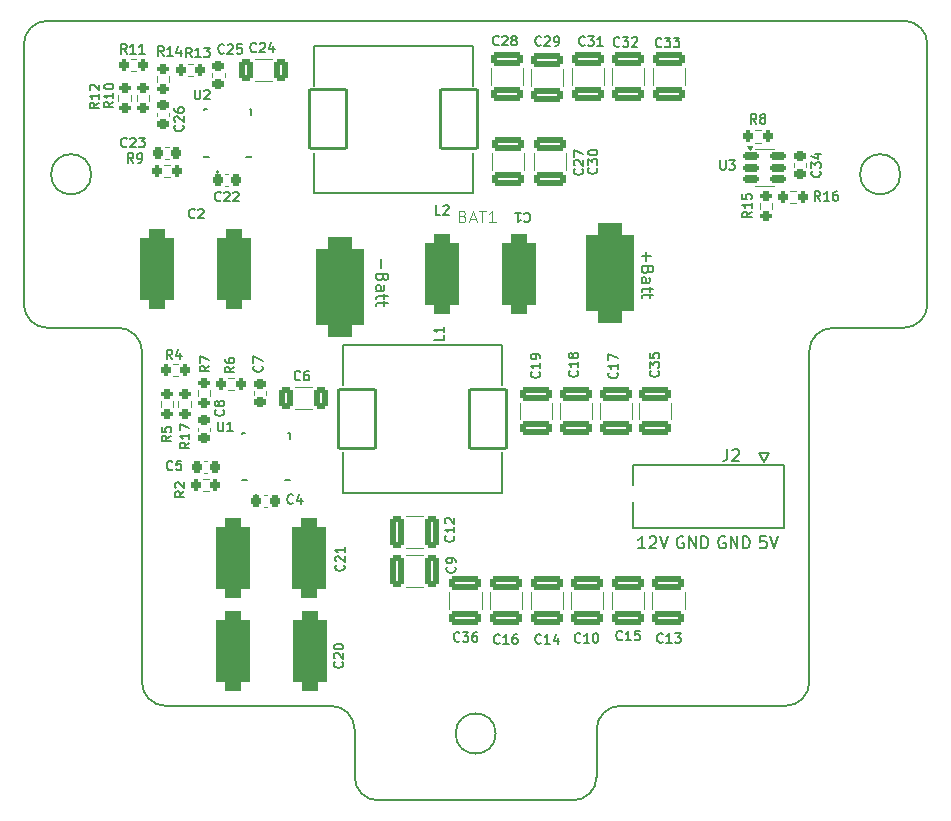
<source format=gto>
G04 #@! TF.GenerationSoftware,KiCad,Pcbnew,9.0.0*
G04 #@! TF.CreationDate,2026-02-04T15:57:26+07:00*
G04 #@! TF.ProjectId,Power_management_V2,506f7765-725f-46d6-916e-6167656d656e,rev?*
G04 #@! TF.SameCoordinates,Original*
G04 #@! TF.FileFunction,Legend,Top*
G04 #@! TF.FilePolarity,Positive*
%FSLAX46Y46*%
G04 Gerber Fmt 4.6, Leading zero omitted, Abs format (unit mm)*
G04 Created by KiCad (PCBNEW 9.0.0) date 2026-02-04 15:57:26*
%MOMM*%
%LPD*%
G01*
G04 APERTURE LIST*
G04 Aperture macros list*
%AMRoundRect*
0 Rectangle with rounded corners*
0 $1 Rounding radius*
0 $2 $3 $4 $5 $6 $7 $8 $9 X,Y pos of 4 corners*
0 Add a 4 corners polygon primitive as box body*
4,1,4,$2,$3,$4,$5,$6,$7,$8,$9,$2,$3,0*
0 Add four circle primitives for the rounded corners*
1,1,$1+$1,$2,$3*
1,1,$1+$1,$4,$5*
1,1,$1+$1,$6,$7*
1,1,$1+$1,$8,$9*
0 Add four rect primitives between the rounded corners*
20,1,$1+$1,$2,$3,$4,$5,0*
20,1,$1+$1,$4,$5,$6,$7,0*
20,1,$1+$1,$6,$7,$8,$9,0*
20,1,$1+$1,$8,$9,$2,$3,0*%
G04 Aperture macros list end*
%ADD10C,0.200000*%
%ADD11C,0.150000*%
%ADD12C,0.100000*%
%ADD13C,0.120000*%
%ADD14C,0.127000*%
%ADD15C,0.586200*%
%ADD16C,0.836200*%
%ADD17C,0.010000*%
%ADD18RoundRect,0.225000X-0.250000X0.225000X-0.250000X-0.225000X0.250000X-0.225000X0.250000X0.225000X0*%
%ADD19RoundRect,0.200000X-0.275000X0.200000X-0.275000X-0.200000X0.275000X-0.200000X0.275000X0.200000X0*%
%ADD20RoundRect,0.250000X1.100000X-0.325000X1.100000X0.325000X-1.100000X0.325000X-1.100000X-0.325000X0*%
%ADD21RoundRect,0.225000X0.225000X0.250000X-0.225000X0.250000X-0.225000X-0.250000X0.225000X-0.250000X0*%
%ADD22RoundRect,0.250000X-1.100000X0.325000X-1.100000X-0.325000X1.100000X-0.325000X1.100000X0.325000X0*%
%ADD23RoundRect,0.200000X0.200000X0.275000X-0.200000X0.275000X-0.200000X-0.275000X0.200000X-0.275000X0*%
%ADD24RoundRect,0.225000X0.250000X-0.225000X0.250000X0.225000X-0.250000X0.225000X-0.250000X-0.225000X0*%
%ADD25RoundRect,0.250000X0.325000X0.650000X-0.325000X0.650000X-0.325000X-0.650000X0.325000X-0.650000X0*%
%ADD26RoundRect,0.200000X0.275000X-0.200000X0.275000X0.200000X-0.275000X0.200000X-0.275000X-0.200000X0*%
%ADD27RoundRect,0.200000X-0.200000X-0.275000X0.200000X-0.275000X0.200000X0.275000X-0.200000X0.275000X0*%
%ADD28RoundRect,0.102000X-1.550000X-2.500000X1.550000X-2.500000X1.550000X2.500000X-1.550000X2.500000X0*%
%ADD29C,1.020000*%
%ADD30RoundRect,0.700000X-0.700000X-2.650000X0.700000X-2.650000X0.700000X2.650000X-0.700000X2.650000X0*%
%ADD31RoundRect,0.700000X0.700000X2.650000X-0.700000X2.650000X-0.700000X-2.650000X0.700000X-2.650000X0*%
%ADD32RoundRect,0.150000X-0.512500X-0.150000X0.512500X-0.150000X0.512500X0.150000X-0.512500X0.150000X0*%
%ADD33RoundRect,0.250000X0.325000X1.100000X-0.325000X1.100000X-0.325000X-1.100000X0.325000X-1.100000X0*%
%ADD34RoundRect,1.000000X1.000000X3.200000X-1.000000X3.200000X-1.000000X-3.200000X1.000000X-3.200000X0*%
G04 #@! TA.AperFunction,Profile*
%ADD35C,0.200000*%
G04 #@! TD*
G04 #@! TA.AperFunction,Profile*
%ADD36C,0.150000*%
G04 #@! TD*
G04 APERTURE END LIST*
D10*
X134645482Y-96367019D02*
X134074054Y-96367019D01*
X134359768Y-96367019D02*
X134359768Y-95367019D01*
X134359768Y-95367019D02*
X134264530Y-95509876D01*
X134264530Y-95509876D02*
X134169292Y-95605114D01*
X134169292Y-95605114D02*
X134074054Y-95652733D01*
X135026435Y-95462257D02*
X135074054Y-95414638D01*
X135074054Y-95414638D02*
X135169292Y-95367019D01*
X135169292Y-95367019D02*
X135407387Y-95367019D01*
X135407387Y-95367019D02*
X135502625Y-95414638D01*
X135502625Y-95414638D02*
X135550244Y-95462257D01*
X135550244Y-95462257D02*
X135597863Y-95557495D01*
X135597863Y-95557495D02*
X135597863Y-95652733D01*
X135597863Y-95652733D02*
X135550244Y-95795590D01*
X135550244Y-95795590D02*
X134978816Y-96367019D01*
X134978816Y-96367019D02*
X135597863Y-96367019D01*
X135883578Y-95367019D02*
X136216911Y-96367019D01*
X136216911Y-96367019D02*
X136550244Y-95367019D01*
X137888339Y-95414638D02*
X137793101Y-95367019D01*
X137793101Y-95367019D02*
X137650244Y-95367019D01*
X137650244Y-95367019D02*
X137507387Y-95414638D01*
X137507387Y-95414638D02*
X137412149Y-95509876D01*
X137412149Y-95509876D02*
X137364530Y-95605114D01*
X137364530Y-95605114D02*
X137316911Y-95795590D01*
X137316911Y-95795590D02*
X137316911Y-95938447D01*
X137316911Y-95938447D02*
X137364530Y-96128923D01*
X137364530Y-96128923D02*
X137412149Y-96224161D01*
X137412149Y-96224161D02*
X137507387Y-96319400D01*
X137507387Y-96319400D02*
X137650244Y-96367019D01*
X137650244Y-96367019D02*
X137745482Y-96367019D01*
X137745482Y-96367019D02*
X137888339Y-96319400D01*
X137888339Y-96319400D02*
X137935958Y-96271780D01*
X137935958Y-96271780D02*
X137935958Y-95938447D01*
X137935958Y-95938447D02*
X137745482Y-95938447D01*
X138364530Y-96367019D02*
X138364530Y-95367019D01*
X138364530Y-95367019D02*
X138935958Y-96367019D01*
X138935958Y-96367019D02*
X138935958Y-95367019D01*
X139412149Y-96367019D02*
X139412149Y-95367019D01*
X139412149Y-95367019D02*
X139650244Y-95367019D01*
X139650244Y-95367019D02*
X139793101Y-95414638D01*
X139793101Y-95414638D02*
X139888339Y-95509876D01*
X139888339Y-95509876D02*
X139935958Y-95605114D01*
X139935958Y-95605114D02*
X139983577Y-95795590D01*
X139983577Y-95795590D02*
X139983577Y-95938447D01*
X139983577Y-95938447D02*
X139935958Y-96128923D01*
X139935958Y-96128923D02*
X139888339Y-96224161D01*
X139888339Y-96224161D02*
X139793101Y-96319400D01*
X139793101Y-96319400D02*
X139650244Y-96367019D01*
X139650244Y-96367019D02*
X139412149Y-96367019D01*
X141416911Y-95414638D02*
X141321673Y-95367019D01*
X141321673Y-95367019D02*
X141178816Y-95367019D01*
X141178816Y-95367019D02*
X141035959Y-95414638D01*
X141035959Y-95414638D02*
X140940721Y-95509876D01*
X140940721Y-95509876D02*
X140893102Y-95605114D01*
X140893102Y-95605114D02*
X140845483Y-95795590D01*
X140845483Y-95795590D02*
X140845483Y-95938447D01*
X140845483Y-95938447D02*
X140893102Y-96128923D01*
X140893102Y-96128923D02*
X140940721Y-96224161D01*
X140940721Y-96224161D02*
X141035959Y-96319400D01*
X141035959Y-96319400D02*
X141178816Y-96367019D01*
X141178816Y-96367019D02*
X141274054Y-96367019D01*
X141274054Y-96367019D02*
X141416911Y-96319400D01*
X141416911Y-96319400D02*
X141464530Y-96271780D01*
X141464530Y-96271780D02*
X141464530Y-95938447D01*
X141464530Y-95938447D02*
X141274054Y-95938447D01*
X141893102Y-96367019D02*
X141893102Y-95367019D01*
X141893102Y-95367019D02*
X142464530Y-96367019D01*
X142464530Y-96367019D02*
X142464530Y-95367019D01*
X142940721Y-96367019D02*
X142940721Y-95367019D01*
X142940721Y-95367019D02*
X143178816Y-95367019D01*
X143178816Y-95367019D02*
X143321673Y-95414638D01*
X143321673Y-95414638D02*
X143416911Y-95509876D01*
X143416911Y-95509876D02*
X143464530Y-95605114D01*
X143464530Y-95605114D02*
X143512149Y-95795590D01*
X143512149Y-95795590D02*
X143512149Y-95938447D01*
X143512149Y-95938447D02*
X143464530Y-96128923D01*
X143464530Y-96128923D02*
X143416911Y-96224161D01*
X143416911Y-96224161D02*
X143321673Y-96319400D01*
X143321673Y-96319400D02*
X143178816Y-96367019D01*
X143178816Y-96367019D02*
X142940721Y-96367019D01*
X144897863Y-95367019D02*
X144421673Y-95367019D01*
X144421673Y-95367019D02*
X144374054Y-95843209D01*
X144374054Y-95843209D02*
X144421673Y-95795590D01*
X144421673Y-95795590D02*
X144516911Y-95747971D01*
X144516911Y-95747971D02*
X144755006Y-95747971D01*
X144755006Y-95747971D02*
X144850244Y-95795590D01*
X144850244Y-95795590D02*
X144897863Y-95843209D01*
X144897863Y-95843209D02*
X144945482Y-95938447D01*
X144945482Y-95938447D02*
X144945482Y-96176542D01*
X144945482Y-96176542D02*
X144897863Y-96271780D01*
X144897863Y-96271780D02*
X144850244Y-96319400D01*
X144850244Y-96319400D02*
X144755006Y-96367019D01*
X144755006Y-96367019D02*
X144516911Y-96367019D01*
X144516911Y-96367019D02*
X144421673Y-96319400D01*
X144421673Y-96319400D02*
X144374054Y-96271780D01*
X145231197Y-95367019D02*
X145564530Y-96367019D01*
X145564530Y-96367019D02*
X145897863Y-95367019D01*
X149455504Y-64434085D02*
X149493600Y-64472181D01*
X149493600Y-64472181D02*
X149531695Y-64586466D01*
X149531695Y-64586466D02*
X149531695Y-64662657D01*
X149531695Y-64662657D02*
X149493600Y-64776943D01*
X149493600Y-64776943D02*
X149417409Y-64853133D01*
X149417409Y-64853133D02*
X149341219Y-64891228D01*
X149341219Y-64891228D02*
X149188838Y-64929324D01*
X149188838Y-64929324D02*
X149074552Y-64929324D01*
X149074552Y-64929324D02*
X148922171Y-64891228D01*
X148922171Y-64891228D02*
X148845980Y-64853133D01*
X148845980Y-64853133D02*
X148769790Y-64776943D01*
X148769790Y-64776943D02*
X148731695Y-64662657D01*
X148731695Y-64662657D02*
X148731695Y-64586466D01*
X148731695Y-64586466D02*
X148769790Y-64472181D01*
X148769790Y-64472181D02*
X148807885Y-64434085D01*
X148731695Y-64167419D02*
X148731695Y-63672181D01*
X148731695Y-63672181D02*
X149036457Y-63938847D01*
X149036457Y-63938847D02*
X149036457Y-63824562D01*
X149036457Y-63824562D02*
X149074552Y-63748371D01*
X149074552Y-63748371D02*
X149112647Y-63710276D01*
X149112647Y-63710276D02*
X149188838Y-63672181D01*
X149188838Y-63672181D02*
X149379314Y-63672181D01*
X149379314Y-63672181D02*
X149455504Y-63710276D01*
X149455504Y-63710276D02*
X149493600Y-63748371D01*
X149493600Y-63748371D02*
X149531695Y-63824562D01*
X149531695Y-63824562D02*
X149531695Y-64053133D01*
X149531695Y-64053133D02*
X149493600Y-64129324D01*
X149493600Y-64129324D02*
X149455504Y-64167419D01*
X148998361Y-62986466D02*
X149531695Y-62986466D01*
X148693600Y-63176942D02*
X149265028Y-63367419D01*
X149265028Y-63367419D02*
X149265028Y-62872180D01*
X94511695Y-86833132D02*
X94130742Y-87099799D01*
X94511695Y-87290275D02*
X93711695Y-87290275D01*
X93711695Y-87290275D02*
X93711695Y-86985513D01*
X93711695Y-86985513D02*
X93749790Y-86909323D01*
X93749790Y-86909323D02*
X93787885Y-86871228D01*
X93787885Y-86871228D02*
X93864076Y-86833132D01*
X93864076Y-86833132D02*
X93978361Y-86833132D01*
X93978361Y-86833132D02*
X94054552Y-86871228D01*
X94054552Y-86871228D02*
X94092647Y-86909323D01*
X94092647Y-86909323D02*
X94130742Y-86985513D01*
X94130742Y-86985513D02*
X94130742Y-87290275D01*
X93711695Y-86109323D02*
X93711695Y-86490275D01*
X93711695Y-86490275D02*
X94092647Y-86528371D01*
X94092647Y-86528371D02*
X94054552Y-86490275D01*
X94054552Y-86490275D02*
X94016457Y-86414085D01*
X94016457Y-86414085D02*
X94016457Y-86223609D01*
X94016457Y-86223609D02*
X94054552Y-86147418D01*
X94054552Y-86147418D02*
X94092647Y-86109323D01*
X94092647Y-86109323D02*
X94168838Y-86071228D01*
X94168838Y-86071228D02*
X94359314Y-86071228D01*
X94359314Y-86071228D02*
X94435504Y-86109323D01*
X94435504Y-86109323D02*
X94473600Y-86147418D01*
X94473600Y-86147418D02*
X94511695Y-86223609D01*
X94511695Y-86223609D02*
X94511695Y-86414085D01*
X94511695Y-86414085D02*
X94473600Y-86490275D01*
X94473600Y-86490275D02*
X94435504Y-86528371D01*
X129547714Y-53738304D02*
X129509618Y-53776400D01*
X129509618Y-53776400D02*
X129395333Y-53814495D01*
X129395333Y-53814495D02*
X129319142Y-53814495D01*
X129319142Y-53814495D02*
X129204856Y-53776400D01*
X129204856Y-53776400D02*
X129128666Y-53700209D01*
X129128666Y-53700209D02*
X129090571Y-53624019D01*
X129090571Y-53624019D02*
X129052475Y-53471638D01*
X129052475Y-53471638D02*
X129052475Y-53357352D01*
X129052475Y-53357352D02*
X129090571Y-53204971D01*
X129090571Y-53204971D02*
X129128666Y-53128780D01*
X129128666Y-53128780D02*
X129204856Y-53052590D01*
X129204856Y-53052590D02*
X129319142Y-53014495D01*
X129319142Y-53014495D02*
X129395333Y-53014495D01*
X129395333Y-53014495D02*
X129509618Y-53052590D01*
X129509618Y-53052590D02*
X129547714Y-53090685D01*
X129814380Y-53014495D02*
X130309618Y-53014495D01*
X130309618Y-53014495D02*
X130042952Y-53319257D01*
X130042952Y-53319257D02*
X130157237Y-53319257D01*
X130157237Y-53319257D02*
X130233428Y-53357352D01*
X130233428Y-53357352D02*
X130271523Y-53395447D01*
X130271523Y-53395447D02*
X130309618Y-53471638D01*
X130309618Y-53471638D02*
X130309618Y-53662114D01*
X130309618Y-53662114D02*
X130271523Y-53738304D01*
X130271523Y-53738304D02*
X130233428Y-53776400D01*
X130233428Y-53776400D02*
X130157237Y-53814495D01*
X130157237Y-53814495D02*
X129928666Y-53814495D01*
X129928666Y-53814495D02*
X129852475Y-53776400D01*
X129852475Y-53776400D02*
X129814380Y-53738304D01*
X131071523Y-53814495D02*
X130614380Y-53814495D01*
X130842952Y-53814495D02*
X130842952Y-53014495D01*
X130842952Y-53014495D02*
X130766761Y-53128780D01*
X130766761Y-53128780D02*
X130690571Y-53204971D01*
X130690571Y-53204971D02*
X130614380Y-53243066D01*
X90777714Y-62335804D02*
X90739618Y-62373900D01*
X90739618Y-62373900D02*
X90625333Y-62411995D01*
X90625333Y-62411995D02*
X90549142Y-62411995D01*
X90549142Y-62411995D02*
X90434856Y-62373900D01*
X90434856Y-62373900D02*
X90358666Y-62297709D01*
X90358666Y-62297709D02*
X90320571Y-62221519D01*
X90320571Y-62221519D02*
X90282475Y-62069138D01*
X90282475Y-62069138D02*
X90282475Y-61954852D01*
X90282475Y-61954852D02*
X90320571Y-61802471D01*
X90320571Y-61802471D02*
X90358666Y-61726280D01*
X90358666Y-61726280D02*
X90434856Y-61650090D01*
X90434856Y-61650090D02*
X90549142Y-61611995D01*
X90549142Y-61611995D02*
X90625333Y-61611995D01*
X90625333Y-61611995D02*
X90739618Y-61650090D01*
X90739618Y-61650090D02*
X90777714Y-61688185D01*
X91082475Y-61688185D02*
X91120571Y-61650090D01*
X91120571Y-61650090D02*
X91196761Y-61611995D01*
X91196761Y-61611995D02*
X91387237Y-61611995D01*
X91387237Y-61611995D02*
X91463428Y-61650090D01*
X91463428Y-61650090D02*
X91501523Y-61688185D01*
X91501523Y-61688185D02*
X91539618Y-61764376D01*
X91539618Y-61764376D02*
X91539618Y-61840566D01*
X91539618Y-61840566D02*
X91501523Y-61954852D01*
X91501523Y-61954852D02*
X91044380Y-62411995D01*
X91044380Y-62411995D02*
X91539618Y-62411995D01*
X91806285Y-61611995D02*
X92301523Y-61611995D01*
X92301523Y-61611995D02*
X92034857Y-61916757D01*
X92034857Y-61916757D02*
X92149142Y-61916757D01*
X92149142Y-61916757D02*
X92225333Y-61954852D01*
X92225333Y-61954852D02*
X92263428Y-61992947D01*
X92263428Y-61992947D02*
X92301523Y-62069138D01*
X92301523Y-62069138D02*
X92301523Y-62259614D01*
X92301523Y-62259614D02*
X92263428Y-62335804D01*
X92263428Y-62335804D02*
X92225333Y-62373900D01*
X92225333Y-62373900D02*
X92149142Y-62411995D01*
X92149142Y-62411995D02*
X91920571Y-62411995D01*
X91920571Y-62411995D02*
X91844380Y-62373900D01*
X91844380Y-62373900D02*
X91806285Y-62335804D01*
X135775504Y-81344085D02*
X135813600Y-81382181D01*
X135813600Y-81382181D02*
X135851695Y-81496466D01*
X135851695Y-81496466D02*
X135851695Y-81572657D01*
X135851695Y-81572657D02*
X135813600Y-81686943D01*
X135813600Y-81686943D02*
X135737409Y-81763133D01*
X135737409Y-81763133D02*
X135661219Y-81801228D01*
X135661219Y-81801228D02*
X135508838Y-81839324D01*
X135508838Y-81839324D02*
X135394552Y-81839324D01*
X135394552Y-81839324D02*
X135242171Y-81801228D01*
X135242171Y-81801228D02*
X135165980Y-81763133D01*
X135165980Y-81763133D02*
X135089790Y-81686943D01*
X135089790Y-81686943D02*
X135051695Y-81572657D01*
X135051695Y-81572657D02*
X135051695Y-81496466D01*
X135051695Y-81496466D02*
X135089790Y-81382181D01*
X135089790Y-81382181D02*
X135127885Y-81344085D01*
X135051695Y-81077419D02*
X135051695Y-80582181D01*
X135051695Y-80582181D02*
X135356457Y-80848847D01*
X135356457Y-80848847D02*
X135356457Y-80734562D01*
X135356457Y-80734562D02*
X135394552Y-80658371D01*
X135394552Y-80658371D02*
X135432647Y-80620276D01*
X135432647Y-80620276D02*
X135508838Y-80582181D01*
X135508838Y-80582181D02*
X135699314Y-80582181D01*
X135699314Y-80582181D02*
X135775504Y-80620276D01*
X135775504Y-80620276D02*
X135813600Y-80658371D01*
X135813600Y-80658371D02*
X135851695Y-80734562D01*
X135851695Y-80734562D02*
X135851695Y-80963133D01*
X135851695Y-80963133D02*
X135813600Y-81039324D01*
X135813600Y-81039324D02*
X135775504Y-81077419D01*
X135051695Y-79858371D02*
X135051695Y-80239323D01*
X135051695Y-80239323D02*
X135432647Y-80277419D01*
X135432647Y-80277419D02*
X135394552Y-80239323D01*
X135394552Y-80239323D02*
X135356457Y-80163133D01*
X135356457Y-80163133D02*
X135356457Y-79972657D01*
X135356457Y-79972657D02*
X135394552Y-79896466D01*
X135394552Y-79896466D02*
X135432647Y-79858371D01*
X135432647Y-79858371D02*
X135508838Y-79820276D01*
X135508838Y-79820276D02*
X135699314Y-79820276D01*
X135699314Y-79820276D02*
X135775504Y-79858371D01*
X135775504Y-79858371D02*
X135813600Y-79896466D01*
X135813600Y-79896466D02*
X135851695Y-79972657D01*
X135851695Y-79972657D02*
X135851695Y-80163133D01*
X135851695Y-80163133D02*
X135813600Y-80239323D01*
X135813600Y-80239323D02*
X135775504Y-80277419D01*
X118937714Y-104183304D02*
X118899618Y-104221400D01*
X118899618Y-104221400D02*
X118785333Y-104259495D01*
X118785333Y-104259495D02*
X118709142Y-104259495D01*
X118709142Y-104259495D02*
X118594856Y-104221400D01*
X118594856Y-104221400D02*
X118518666Y-104145209D01*
X118518666Y-104145209D02*
X118480571Y-104069019D01*
X118480571Y-104069019D02*
X118442475Y-103916638D01*
X118442475Y-103916638D02*
X118442475Y-103802352D01*
X118442475Y-103802352D02*
X118480571Y-103649971D01*
X118480571Y-103649971D02*
X118518666Y-103573780D01*
X118518666Y-103573780D02*
X118594856Y-103497590D01*
X118594856Y-103497590D02*
X118709142Y-103459495D01*
X118709142Y-103459495D02*
X118785333Y-103459495D01*
X118785333Y-103459495D02*
X118899618Y-103497590D01*
X118899618Y-103497590D02*
X118937714Y-103535685D01*
X119204380Y-103459495D02*
X119699618Y-103459495D01*
X119699618Y-103459495D02*
X119432952Y-103764257D01*
X119432952Y-103764257D02*
X119547237Y-103764257D01*
X119547237Y-103764257D02*
X119623428Y-103802352D01*
X119623428Y-103802352D02*
X119661523Y-103840447D01*
X119661523Y-103840447D02*
X119699618Y-103916638D01*
X119699618Y-103916638D02*
X119699618Y-104107114D01*
X119699618Y-104107114D02*
X119661523Y-104183304D01*
X119661523Y-104183304D02*
X119623428Y-104221400D01*
X119623428Y-104221400D02*
X119547237Y-104259495D01*
X119547237Y-104259495D02*
X119318666Y-104259495D01*
X119318666Y-104259495D02*
X119242475Y-104221400D01*
X119242475Y-104221400D02*
X119204380Y-104183304D01*
X120385333Y-103459495D02*
X120232952Y-103459495D01*
X120232952Y-103459495D02*
X120156761Y-103497590D01*
X120156761Y-103497590D02*
X120118666Y-103535685D01*
X120118666Y-103535685D02*
X120042476Y-103649971D01*
X120042476Y-103649971D02*
X120004380Y-103802352D01*
X120004380Y-103802352D02*
X120004380Y-104107114D01*
X120004380Y-104107114D02*
X120042476Y-104183304D01*
X120042476Y-104183304D02*
X120080571Y-104221400D01*
X120080571Y-104221400D02*
X120156761Y-104259495D01*
X120156761Y-104259495D02*
X120309142Y-104259495D01*
X120309142Y-104259495D02*
X120385333Y-104221400D01*
X120385333Y-104221400D02*
X120423428Y-104183304D01*
X120423428Y-104183304D02*
X120461523Y-104107114D01*
X120461523Y-104107114D02*
X120461523Y-103916638D01*
X120461523Y-103916638D02*
X120423428Y-103840447D01*
X120423428Y-103840447D02*
X120385333Y-103802352D01*
X120385333Y-103802352D02*
X120309142Y-103764257D01*
X120309142Y-103764257D02*
X120156761Y-103764257D01*
X120156761Y-103764257D02*
X120080571Y-103802352D01*
X120080571Y-103802352D02*
X120042476Y-103840447D01*
X120042476Y-103840447D02*
X120004380Y-103916638D01*
X94618667Y-80359495D02*
X94352000Y-79978542D01*
X94161524Y-80359495D02*
X94161524Y-79559495D01*
X94161524Y-79559495D02*
X94466286Y-79559495D01*
X94466286Y-79559495D02*
X94542476Y-79597590D01*
X94542476Y-79597590D02*
X94580571Y-79635685D01*
X94580571Y-79635685D02*
X94618667Y-79711876D01*
X94618667Y-79711876D02*
X94618667Y-79826161D01*
X94618667Y-79826161D02*
X94580571Y-79902352D01*
X94580571Y-79902352D02*
X94542476Y-79940447D01*
X94542476Y-79940447D02*
X94466286Y-79978542D01*
X94466286Y-79978542D02*
X94161524Y-79978542D01*
X95304381Y-79826161D02*
X95304381Y-80359495D01*
X95113905Y-79521400D02*
X94923428Y-80092828D01*
X94923428Y-80092828D02*
X95418667Y-80092828D01*
X94638667Y-89685804D02*
X94600571Y-89723900D01*
X94600571Y-89723900D02*
X94486286Y-89761995D01*
X94486286Y-89761995D02*
X94410095Y-89761995D01*
X94410095Y-89761995D02*
X94295809Y-89723900D01*
X94295809Y-89723900D02*
X94219619Y-89647709D01*
X94219619Y-89647709D02*
X94181524Y-89571519D01*
X94181524Y-89571519D02*
X94143428Y-89419138D01*
X94143428Y-89419138D02*
X94143428Y-89304852D01*
X94143428Y-89304852D02*
X94181524Y-89152471D01*
X94181524Y-89152471D02*
X94219619Y-89076280D01*
X94219619Y-89076280D02*
X94295809Y-89000090D01*
X94295809Y-89000090D02*
X94410095Y-88961995D01*
X94410095Y-88961995D02*
X94486286Y-88961995D01*
X94486286Y-88961995D02*
X94600571Y-89000090D01*
X94600571Y-89000090D02*
X94638667Y-89038185D01*
X95362476Y-88961995D02*
X94981524Y-88961995D01*
X94981524Y-88961995D02*
X94943428Y-89342947D01*
X94943428Y-89342947D02*
X94981524Y-89304852D01*
X94981524Y-89304852D02*
X95057714Y-89266757D01*
X95057714Y-89266757D02*
X95248190Y-89266757D01*
X95248190Y-89266757D02*
X95324381Y-89304852D01*
X95324381Y-89304852D02*
X95362476Y-89342947D01*
X95362476Y-89342947D02*
X95400571Y-89419138D01*
X95400571Y-89419138D02*
X95400571Y-89609614D01*
X95400571Y-89609614D02*
X95362476Y-89685804D01*
X95362476Y-89685804D02*
X95324381Y-89723900D01*
X95324381Y-89723900D02*
X95248190Y-89761995D01*
X95248190Y-89761995D02*
X95057714Y-89761995D01*
X95057714Y-89761995D02*
X94981524Y-89723900D01*
X94981524Y-89723900D02*
X94943428Y-89685804D01*
X98935504Y-84633132D02*
X98973600Y-84671228D01*
X98973600Y-84671228D02*
X99011695Y-84785513D01*
X99011695Y-84785513D02*
X99011695Y-84861704D01*
X99011695Y-84861704D02*
X98973600Y-84975990D01*
X98973600Y-84975990D02*
X98897409Y-85052180D01*
X98897409Y-85052180D02*
X98821219Y-85090275D01*
X98821219Y-85090275D02*
X98668838Y-85128371D01*
X98668838Y-85128371D02*
X98554552Y-85128371D01*
X98554552Y-85128371D02*
X98402171Y-85090275D01*
X98402171Y-85090275D02*
X98325980Y-85052180D01*
X98325980Y-85052180D02*
X98249790Y-84975990D01*
X98249790Y-84975990D02*
X98211695Y-84861704D01*
X98211695Y-84861704D02*
X98211695Y-84785513D01*
X98211695Y-84785513D02*
X98249790Y-84671228D01*
X98249790Y-84671228D02*
X98287885Y-84633132D01*
X98554552Y-84175990D02*
X98516457Y-84252180D01*
X98516457Y-84252180D02*
X98478361Y-84290275D01*
X98478361Y-84290275D02*
X98402171Y-84328371D01*
X98402171Y-84328371D02*
X98364076Y-84328371D01*
X98364076Y-84328371D02*
X98287885Y-84290275D01*
X98287885Y-84290275D02*
X98249790Y-84252180D01*
X98249790Y-84252180D02*
X98211695Y-84175990D01*
X98211695Y-84175990D02*
X98211695Y-84023609D01*
X98211695Y-84023609D02*
X98249790Y-83947418D01*
X98249790Y-83947418D02*
X98287885Y-83909323D01*
X98287885Y-83909323D02*
X98364076Y-83871228D01*
X98364076Y-83871228D02*
X98402171Y-83871228D01*
X98402171Y-83871228D02*
X98478361Y-83909323D01*
X98478361Y-83909323D02*
X98516457Y-83947418D01*
X98516457Y-83947418D02*
X98554552Y-84023609D01*
X98554552Y-84023609D02*
X98554552Y-84175990D01*
X98554552Y-84175990D02*
X98592647Y-84252180D01*
X98592647Y-84252180D02*
X98630742Y-84290275D01*
X98630742Y-84290275D02*
X98706933Y-84328371D01*
X98706933Y-84328371D02*
X98859314Y-84328371D01*
X98859314Y-84328371D02*
X98935504Y-84290275D01*
X98935504Y-84290275D02*
X98973600Y-84252180D01*
X98973600Y-84252180D02*
X99011695Y-84175990D01*
X99011695Y-84175990D02*
X99011695Y-84023609D01*
X99011695Y-84023609D02*
X98973600Y-83947418D01*
X98973600Y-83947418D02*
X98935504Y-83909323D01*
X98935504Y-83909323D02*
X98859314Y-83871228D01*
X98859314Y-83871228D02*
X98706933Y-83871228D01*
X98706933Y-83871228D02*
X98630742Y-83909323D01*
X98630742Y-83909323D02*
X98592647Y-83947418D01*
X98592647Y-83947418D02*
X98554552Y-84023609D01*
X136147714Y-104288304D02*
X136109618Y-104326400D01*
X136109618Y-104326400D02*
X135995333Y-104364495D01*
X135995333Y-104364495D02*
X135919142Y-104364495D01*
X135919142Y-104364495D02*
X135804856Y-104326400D01*
X135804856Y-104326400D02*
X135728666Y-104250209D01*
X135728666Y-104250209D02*
X135690571Y-104174019D01*
X135690571Y-104174019D02*
X135652475Y-104021638D01*
X135652475Y-104021638D02*
X135652475Y-103907352D01*
X135652475Y-103907352D02*
X135690571Y-103754971D01*
X135690571Y-103754971D02*
X135728666Y-103678780D01*
X135728666Y-103678780D02*
X135804856Y-103602590D01*
X135804856Y-103602590D02*
X135919142Y-103564495D01*
X135919142Y-103564495D02*
X135995333Y-103564495D01*
X135995333Y-103564495D02*
X136109618Y-103602590D01*
X136109618Y-103602590D02*
X136147714Y-103640685D01*
X136909618Y-104364495D02*
X136452475Y-104364495D01*
X136681047Y-104364495D02*
X136681047Y-103564495D01*
X136681047Y-103564495D02*
X136604856Y-103678780D01*
X136604856Y-103678780D02*
X136528666Y-103754971D01*
X136528666Y-103754971D02*
X136452475Y-103793066D01*
X137176285Y-103564495D02*
X137671523Y-103564495D01*
X137671523Y-103564495D02*
X137404857Y-103869257D01*
X137404857Y-103869257D02*
X137519142Y-103869257D01*
X137519142Y-103869257D02*
X137595333Y-103907352D01*
X137595333Y-103907352D02*
X137633428Y-103945447D01*
X137633428Y-103945447D02*
X137671523Y-104021638D01*
X137671523Y-104021638D02*
X137671523Y-104212114D01*
X137671523Y-104212114D02*
X137633428Y-104288304D01*
X137633428Y-104288304D02*
X137595333Y-104326400D01*
X137595333Y-104326400D02*
X137519142Y-104364495D01*
X137519142Y-104364495D02*
X137290571Y-104364495D01*
X137290571Y-104364495D02*
X137214380Y-104326400D01*
X137214380Y-104326400D02*
X137176285Y-104288304D01*
X132275504Y-81484085D02*
X132313600Y-81522181D01*
X132313600Y-81522181D02*
X132351695Y-81636466D01*
X132351695Y-81636466D02*
X132351695Y-81712657D01*
X132351695Y-81712657D02*
X132313600Y-81826943D01*
X132313600Y-81826943D02*
X132237409Y-81903133D01*
X132237409Y-81903133D02*
X132161219Y-81941228D01*
X132161219Y-81941228D02*
X132008838Y-81979324D01*
X132008838Y-81979324D02*
X131894552Y-81979324D01*
X131894552Y-81979324D02*
X131742171Y-81941228D01*
X131742171Y-81941228D02*
X131665980Y-81903133D01*
X131665980Y-81903133D02*
X131589790Y-81826943D01*
X131589790Y-81826943D02*
X131551695Y-81712657D01*
X131551695Y-81712657D02*
X131551695Y-81636466D01*
X131551695Y-81636466D02*
X131589790Y-81522181D01*
X131589790Y-81522181D02*
X131627885Y-81484085D01*
X132351695Y-80722181D02*
X132351695Y-81179324D01*
X132351695Y-80950752D02*
X131551695Y-80950752D01*
X131551695Y-80950752D02*
X131665980Y-81026943D01*
X131665980Y-81026943D02*
X131742171Y-81103133D01*
X131742171Y-81103133D02*
X131780266Y-81179324D01*
X131551695Y-80455514D02*
X131551695Y-79922180D01*
X131551695Y-79922180D02*
X132351695Y-80265038D01*
X105468667Y-82083304D02*
X105430571Y-82121400D01*
X105430571Y-82121400D02*
X105316286Y-82159495D01*
X105316286Y-82159495D02*
X105240095Y-82159495D01*
X105240095Y-82159495D02*
X105125809Y-82121400D01*
X105125809Y-82121400D02*
X105049619Y-82045209D01*
X105049619Y-82045209D02*
X105011524Y-81969019D01*
X105011524Y-81969019D02*
X104973428Y-81816638D01*
X104973428Y-81816638D02*
X104973428Y-81702352D01*
X104973428Y-81702352D02*
X105011524Y-81549971D01*
X105011524Y-81549971D02*
X105049619Y-81473780D01*
X105049619Y-81473780D02*
X105125809Y-81397590D01*
X105125809Y-81397590D02*
X105240095Y-81359495D01*
X105240095Y-81359495D02*
X105316286Y-81359495D01*
X105316286Y-81359495D02*
X105430571Y-81397590D01*
X105430571Y-81397590D02*
X105468667Y-81435685D01*
X106154381Y-81359495D02*
X106002000Y-81359495D01*
X106002000Y-81359495D02*
X105925809Y-81397590D01*
X105925809Y-81397590D02*
X105887714Y-81435685D01*
X105887714Y-81435685D02*
X105811524Y-81549971D01*
X105811524Y-81549971D02*
X105773428Y-81702352D01*
X105773428Y-81702352D02*
X105773428Y-82007114D01*
X105773428Y-82007114D02*
X105811524Y-82083304D01*
X105811524Y-82083304D02*
X105849619Y-82121400D01*
X105849619Y-82121400D02*
X105925809Y-82159495D01*
X105925809Y-82159495D02*
X106078190Y-82159495D01*
X106078190Y-82159495D02*
X106154381Y-82121400D01*
X106154381Y-82121400D02*
X106192476Y-82083304D01*
X106192476Y-82083304D02*
X106230571Y-82007114D01*
X106230571Y-82007114D02*
X106230571Y-81816638D01*
X106230571Y-81816638D02*
X106192476Y-81740447D01*
X106192476Y-81740447D02*
X106154381Y-81702352D01*
X106154381Y-81702352D02*
X106078190Y-81664257D01*
X106078190Y-81664257D02*
X105925809Y-81664257D01*
X105925809Y-81664257D02*
X105849619Y-81702352D01*
X105849619Y-81702352D02*
X105811524Y-81740447D01*
X105811524Y-81740447D02*
X105773428Y-81816638D01*
X99012714Y-54398304D02*
X98974618Y-54436400D01*
X98974618Y-54436400D02*
X98860333Y-54474495D01*
X98860333Y-54474495D02*
X98784142Y-54474495D01*
X98784142Y-54474495D02*
X98669856Y-54436400D01*
X98669856Y-54436400D02*
X98593666Y-54360209D01*
X98593666Y-54360209D02*
X98555571Y-54284019D01*
X98555571Y-54284019D02*
X98517475Y-54131638D01*
X98517475Y-54131638D02*
X98517475Y-54017352D01*
X98517475Y-54017352D02*
X98555571Y-53864971D01*
X98555571Y-53864971D02*
X98593666Y-53788780D01*
X98593666Y-53788780D02*
X98669856Y-53712590D01*
X98669856Y-53712590D02*
X98784142Y-53674495D01*
X98784142Y-53674495D02*
X98860333Y-53674495D01*
X98860333Y-53674495D02*
X98974618Y-53712590D01*
X98974618Y-53712590D02*
X99012714Y-53750685D01*
X99317475Y-53750685D02*
X99355571Y-53712590D01*
X99355571Y-53712590D02*
X99431761Y-53674495D01*
X99431761Y-53674495D02*
X99622237Y-53674495D01*
X99622237Y-53674495D02*
X99698428Y-53712590D01*
X99698428Y-53712590D02*
X99736523Y-53750685D01*
X99736523Y-53750685D02*
X99774618Y-53826876D01*
X99774618Y-53826876D02*
X99774618Y-53903066D01*
X99774618Y-53903066D02*
X99736523Y-54017352D01*
X99736523Y-54017352D02*
X99279380Y-54474495D01*
X99279380Y-54474495D02*
X99774618Y-54474495D01*
X100498428Y-53674495D02*
X100117476Y-53674495D01*
X100117476Y-53674495D02*
X100079380Y-54055447D01*
X100079380Y-54055447D02*
X100117476Y-54017352D01*
X100117476Y-54017352D02*
X100193666Y-53979257D01*
X100193666Y-53979257D02*
X100384142Y-53979257D01*
X100384142Y-53979257D02*
X100460333Y-54017352D01*
X100460333Y-54017352D02*
X100498428Y-54055447D01*
X100498428Y-54055447D02*
X100536523Y-54131638D01*
X100536523Y-54131638D02*
X100536523Y-54322114D01*
X100536523Y-54322114D02*
X100498428Y-54398304D01*
X100498428Y-54398304D02*
X100460333Y-54436400D01*
X100460333Y-54436400D02*
X100384142Y-54474495D01*
X100384142Y-54474495D02*
X100193666Y-54474495D01*
X100193666Y-54474495D02*
X100117476Y-54436400D01*
X100117476Y-54436400D02*
X100079380Y-54398304D01*
X96061695Y-87414085D02*
X95680742Y-87680752D01*
X96061695Y-87871228D02*
X95261695Y-87871228D01*
X95261695Y-87871228D02*
X95261695Y-87566466D01*
X95261695Y-87566466D02*
X95299790Y-87490276D01*
X95299790Y-87490276D02*
X95337885Y-87452181D01*
X95337885Y-87452181D02*
X95414076Y-87414085D01*
X95414076Y-87414085D02*
X95528361Y-87414085D01*
X95528361Y-87414085D02*
X95604552Y-87452181D01*
X95604552Y-87452181D02*
X95642647Y-87490276D01*
X95642647Y-87490276D02*
X95680742Y-87566466D01*
X95680742Y-87566466D02*
X95680742Y-87871228D01*
X96061695Y-86652181D02*
X96061695Y-87109324D01*
X96061695Y-86880752D02*
X95261695Y-86880752D01*
X95261695Y-86880752D02*
X95375980Y-86956943D01*
X95375980Y-86956943D02*
X95452171Y-87033133D01*
X95452171Y-87033133D02*
X95490266Y-87109324D01*
X95261695Y-86385514D02*
X95261695Y-85852180D01*
X95261695Y-85852180D02*
X96061695Y-86195038D01*
X98707714Y-66908304D02*
X98669618Y-66946400D01*
X98669618Y-66946400D02*
X98555333Y-66984495D01*
X98555333Y-66984495D02*
X98479142Y-66984495D01*
X98479142Y-66984495D02*
X98364856Y-66946400D01*
X98364856Y-66946400D02*
X98288666Y-66870209D01*
X98288666Y-66870209D02*
X98250571Y-66794019D01*
X98250571Y-66794019D02*
X98212475Y-66641638D01*
X98212475Y-66641638D02*
X98212475Y-66527352D01*
X98212475Y-66527352D02*
X98250571Y-66374971D01*
X98250571Y-66374971D02*
X98288666Y-66298780D01*
X98288666Y-66298780D02*
X98364856Y-66222590D01*
X98364856Y-66222590D02*
X98479142Y-66184495D01*
X98479142Y-66184495D02*
X98555333Y-66184495D01*
X98555333Y-66184495D02*
X98669618Y-66222590D01*
X98669618Y-66222590D02*
X98707714Y-66260685D01*
X99012475Y-66260685D02*
X99050571Y-66222590D01*
X99050571Y-66222590D02*
X99126761Y-66184495D01*
X99126761Y-66184495D02*
X99317237Y-66184495D01*
X99317237Y-66184495D02*
X99393428Y-66222590D01*
X99393428Y-66222590D02*
X99431523Y-66260685D01*
X99431523Y-66260685D02*
X99469618Y-66336876D01*
X99469618Y-66336876D02*
X99469618Y-66413066D01*
X99469618Y-66413066D02*
X99431523Y-66527352D01*
X99431523Y-66527352D02*
X98974380Y-66984495D01*
X98974380Y-66984495D02*
X99469618Y-66984495D01*
X99774380Y-66260685D02*
X99812476Y-66222590D01*
X99812476Y-66222590D02*
X99888666Y-66184495D01*
X99888666Y-66184495D02*
X100079142Y-66184495D01*
X100079142Y-66184495D02*
X100155333Y-66222590D01*
X100155333Y-66222590D02*
X100193428Y-66260685D01*
X100193428Y-66260685D02*
X100231523Y-66336876D01*
X100231523Y-66336876D02*
X100231523Y-66413066D01*
X100231523Y-66413066D02*
X100193428Y-66527352D01*
X100193428Y-66527352D02*
X99736285Y-66984495D01*
X99736285Y-66984495D02*
X100231523Y-66984495D01*
X104853667Y-92533304D02*
X104815571Y-92571400D01*
X104815571Y-92571400D02*
X104701286Y-92609495D01*
X104701286Y-92609495D02*
X104625095Y-92609495D01*
X104625095Y-92609495D02*
X104510809Y-92571400D01*
X104510809Y-92571400D02*
X104434619Y-92495209D01*
X104434619Y-92495209D02*
X104396524Y-92419019D01*
X104396524Y-92419019D02*
X104358428Y-92266638D01*
X104358428Y-92266638D02*
X104358428Y-92152352D01*
X104358428Y-92152352D02*
X104396524Y-91999971D01*
X104396524Y-91999971D02*
X104434619Y-91923780D01*
X104434619Y-91923780D02*
X104510809Y-91847590D01*
X104510809Y-91847590D02*
X104625095Y-91809495D01*
X104625095Y-91809495D02*
X104701286Y-91809495D01*
X104701286Y-91809495D02*
X104815571Y-91847590D01*
X104815571Y-91847590D02*
X104853667Y-91885685D01*
X105539381Y-92076161D02*
X105539381Y-92609495D01*
X105348905Y-91771400D02*
X105158428Y-92342828D01*
X105158428Y-92342828D02*
X105653667Y-92342828D01*
X125685504Y-81439085D02*
X125723600Y-81477181D01*
X125723600Y-81477181D02*
X125761695Y-81591466D01*
X125761695Y-81591466D02*
X125761695Y-81667657D01*
X125761695Y-81667657D02*
X125723600Y-81781943D01*
X125723600Y-81781943D02*
X125647409Y-81858133D01*
X125647409Y-81858133D02*
X125571219Y-81896228D01*
X125571219Y-81896228D02*
X125418838Y-81934324D01*
X125418838Y-81934324D02*
X125304552Y-81934324D01*
X125304552Y-81934324D02*
X125152171Y-81896228D01*
X125152171Y-81896228D02*
X125075980Y-81858133D01*
X125075980Y-81858133D02*
X124999790Y-81781943D01*
X124999790Y-81781943D02*
X124961695Y-81667657D01*
X124961695Y-81667657D02*
X124961695Y-81591466D01*
X124961695Y-81591466D02*
X124999790Y-81477181D01*
X124999790Y-81477181D02*
X125037885Y-81439085D01*
X125761695Y-80677181D02*
X125761695Y-81134324D01*
X125761695Y-80905752D02*
X124961695Y-80905752D01*
X124961695Y-80905752D02*
X125075980Y-80981943D01*
X125075980Y-80981943D02*
X125152171Y-81058133D01*
X125152171Y-81058133D02*
X125190266Y-81134324D01*
X125761695Y-80296228D02*
X125761695Y-80143847D01*
X125761695Y-80143847D02*
X125723600Y-80067657D01*
X125723600Y-80067657D02*
X125685504Y-80029561D01*
X125685504Y-80029561D02*
X125571219Y-79953371D01*
X125571219Y-79953371D02*
X125418838Y-79915276D01*
X125418838Y-79915276D02*
X125114076Y-79915276D01*
X125114076Y-79915276D02*
X125037885Y-79953371D01*
X125037885Y-79953371D02*
X124999790Y-79991466D01*
X124999790Y-79991466D02*
X124961695Y-80067657D01*
X124961695Y-80067657D02*
X124961695Y-80220038D01*
X124961695Y-80220038D02*
X124999790Y-80296228D01*
X124999790Y-80296228D02*
X125037885Y-80334323D01*
X125037885Y-80334323D02*
X125114076Y-80372419D01*
X125114076Y-80372419D02*
X125304552Y-80372419D01*
X125304552Y-80372419D02*
X125380742Y-80334323D01*
X125380742Y-80334323D02*
X125418838Y-80296228D01*
X125418838Y-80296228D02*
X125456933Y-80220038D01*
X125456933Y-80220038D02*
X125456933Y-80067657D01*
X125456933Y-80067657D02*
X125418838Y-79991466D01*
X125418838Y-79991466D02*
X125380742Y-79953371D01*
X125380742Y-79953371D02*
X125304552Y-79915276D01*
X132477714Y-53808304D02*
X132439618Y-53846400D01*
X132439618Y-53846400D02*
X132325333Y-53884495D01*
X132325333Y-53884495D02*
X132249142Y-53884495D01*
X132249142Y-53884495D02*
X132134856Y-53846400D01*
X132134856Y-53846400D02*
X132058666Y-53770209D01*
X132058666Y-53770209D02*
X132020571Y-53694019D01*
X132020571Y-53694019D02*
X131982475Y-53541638D01*
X131982475Y-53541638D02*
X131982475Y-53427352D01*
X131982475Y-53427352D02*
X132020571Y-53274971D01*
X132020571Y-53274971D02*
X132058666Y-53198780D01*
X132058666Y-53198780D02*
X132134856Y-53122590D01*
X132134856Y-53122590D02*
X132249142Y-53084495D01*
X132249142Y-53084495D02*
X132325333Y-53084495D01*
X132325333Y-53084495D02*
X132439618Y-53122590D01*
X132439618Y-53122590D02*
X132477714Y-53160685D01*
X132744380Y-53084495D02*
X133239618Y-53084495D01*
X133239618Y-53084495D02*
X132972952Y-53389257D01*
X132972952Y-53389257D02*
X133087237Y-53389257D01*
X133087237Y-53389257D02*
X133163428Y-53427352D01*
X133163428Y-53427352D02*
X133201523Y-53465447D01*
X133201523Y-53465447D02*
X133239618Y-53541638D01*
X133239618Y-53541638D02*
X133239618Y-53732114D01*
X133239618Y-53732114D02*
X133201523Y-53808304D01*
X133201523Y-53808304D02*
X133163428Y-53846400D01*
X133163428Y-53846400D02*
X133087237Y-53884495D01*
X133087237Y-53884495D02*
X132858666Y-53884495D01*
X132858666Y-53884495D02*
X132782475Y-53846400D01*
X132782475Y-53846400D02*
X132744380Y-53808304D01*
X133544380Y-53160685D02*
X133582476Y-53122590D01*
X133582476Y-53122590D02*
X133658666Y-53084495D01*
X133658666Y-53084495D02*
X133849142Y-53084495D01*
X133849142Y-53084495D02*
X133925333Y-53122590D01*
X133925333Y-53122590D02*
X133963428Y-53160685D01*
X133963428Y-53160685D02*
X134001523Y-53236876D01*
X134001523Y-53236876D02*
X134001523Y-53313066D01*
X134001523Y-53313066D02*
X133963428Y-53427352D01*
X133963428Y-53427352D02*
X133506285Y-53884495D01*
X133506285Y-53884495D02*
X134001523Y-53884495D01*
X144078667Y-60419495D02*
X143812000Y-60038542D01*
X143621524Y-60419495D02*
X143621524Y-59619495D01*
X143621524Y-59619495D02*
X143926286Y-59619495D01*
X143926286Y-59619495D02*
X144002476Y-59657590D01*
X144002476Y-59657590D02*
X144040571Y-59695685D01*
X144040571Y-59695685D02*
X144078667Y-59771876D01*
X144078667Y-59771876D02*
X144078667Y-59886161D01*
X144078667Y-59886161D02*
X144040571Y-59962352D01*
X144040571Y-59962352D02*
X144002476Y-60000447D01*
X144002476Y-60000447D02*
X143926286Y-60038542D01*
X143926286Y-60038542D02*
X143621524Y-60038542D01*
X144535809Y-59962352D02*
X144459619Y-59924257D01*
X144459619Y-59924257D02*
X144421524Y-59886161D01*
X144421524Y-59886161D02*
X144383428Y-59809971D01*
X144383428Y-59809971D02*
X144383428Y-59771876D01*
X144383428Y-59771876D02*
X144421524Y-59695685D01*
X144421524Y-59695685D02*
X144459619Y-59657590D01*
X144459619Y-59657590D02*
X144535809Y-59619495D01*
X144535809Y-59619495D02*
X144688190Y-59619495D01*
X144688190Y-59619495D02*
X144764381Y-59657590D01*
X144764381Y-59657590D02*
X144802476Y-59695685D01*
X144802476Y-59695685D02*
X144840571Y-59771876D01*
X144840571Y-59771876D02*
X144840571Y-59809971D01*
X144840571Y-59809971D02*
X144802476Y-59886161D01*
X144802476Y-59886161D02*
X144764381Y-59924257D01*
X144764381Y-59924257D02*
X144688190Y-59962352D01*
X144688190Y-59962352D02*
X144535809Y-59962352D01*
X144535809Y-59962352D02*
X144459619Y-60000447D01*
X144459619Y-60000447D02*
X144421524Y-60038542D01*
X144421524Y-60038542D02*
X144383428Y-60114733D01*
X144383428Y-60114733D02*
X144383428Y-60267114D01*
X144383428Y-60267114D02*
X144421524Y-60343304D01*
X144421524Y-60343304D02*
X144459619Y-60381400D01*
X144459619Y-60381400D02*
X144535809Y-60419495D01*
X144535809Y-60419495D02*
X144688190Y-60419495D01*
X144688190Y-60419495D02*
X144764381Y-60381400D01*
X144764381Y-60381400D02*
X144802476Y-60343304D01*
X144802476Y-60343304D02*
X144840571Y-60267114D01*
X144840571Y-60267114D02*
X144840571Y-60114733D01*
X144840571Y-60114733D02*
X144802476Y-60038542D01*
X144802476Y-60038542D02*
X144764381Y-60000447D01*
X144764381Y-60000447D02*
X144688190Y-59962352D01*
X117591695Y-78313133D02*
X117591695Y-78694085D01*
X117591695Y-78694085D02*
X116791695Y-78694085D01*
X117591695Y-77627419D02*
X117591695Y-78084562D01*
X117591695Y-77855990D02*
X116791695Y-77855990D01*
X116791695Y-77855990D02*
X116905980Y-77932181D01*
X116905980Y-77932181D02*
X116982171Y-78008371D01*
X116982171Y-78008371D02*
X117020266Y-78084562D01*
X129345504Y-64239085D02*
X129383600Y-64277181D01*
X129383600Y-64277181D02*
X129421695Y-64391466D01*
X129421695Y-64391466D02*
X129421695Y-64467657D01*
X129421695Y-64467657D02*
X129383600Y-64581943D01*
X129383600Y-64581943D02*
X129307409Y-64658133D01*
X129307409Y-64658133D02*
X129231219Y-64696228D01*
X129231219Y-64696228D02*
X129078838Y-64734324D01*
X129078838Y-64734324D02*
X128964552Y-64734324D01*
X128964552Y-64734324D02*
X128812171Y-64696228D01*
X128812171Y-64696228D02*
X128735980Y-64658133D01*
X128735980Y-64658133D02*
X128659790Y-64581943D01*
X128659790Y-64581943D02*
X128621695Y-64467657D01*
X128621695Y-64467657D02*
X128621695Y-64391466D01*
X128621695Y-64391466D02*
X128659790Y-64277181D01*
X128659790Y-64277181D02*
X128697885Y-64239085D01*
X128697885Y-63934324D02*
X128659790Y-63896228D01*
X128659790Y-63896228D02*
X128621695Y-63820038D01*
X128621695Y-63820038D02*
X128621695Y-63629562D01*
X128621695Y-63629562D02*
X128659790Y-63553371D01*
X128659790Y-63553371D02*
X128697885Y-63515276D01*
X128697885Y-63515276D02*
X128774076Y-63477181D01*
X128774076Y-63477181D02*
X128850266Y-63477181D01*
X128850266Y-63477181D02*
X128964552Y-63515276D01*
X128964552Y-63515276D02*
X129421695Y-63972419D01*
X129421695Y-63972419D02*
X129421695Y-63477181D01*
X128621695Y-63210514D02*
X128621695Y-62677180D01*
X128621695Y-62677180D02*
X129421695Y-63020038D01*
X91328667Y-63721995D02*
X91062000Y-63341042D01*
X90871524Y-63721995D02*
X90871524Y-62921995D01*
X90871524Y-62921995D02*
X91176286Y-62921995D01*
X91176286Y-62921995D02*
X91252476Y-62960090D01*
X91252476Y-62960090D02*
X91290571Y-62998185D01*
X91290571Y-62998185D02*
X91328667Y-63074376D01*
X91328667Y-63074376D02*
X91328667Y-63188661D01*
X91328667Y-63188661D02*
X91290571Y-63264852D01*
X91290571Y-63264852D02*
X91252476Y-63302947D01*
X91252476Y-63302947D02*
X91176286Y-63341042D01*
X91176286Y-63341042D02*
X90871524Y-63341042D01*
X91709619Y-63721995D02*
X91862000Y-63721995D01*
X91862000Y-63721995D02*
X91938190Y-63683900D01*
X91938190Y-63683900D02*
X91976286Y-63645804D01*
X91976286Y-63645804D02*
X92052476Y-63531519D01*
X92052476Y-63531519D02*
X92090571Y-63379138D01*
X92090571Y-63379138D02*
X92090571Y-63074376D01*
X92090571Y-63074376D02*
X92052476Y-62998185D01*
X92052476Y-62998185D02*
X92014381Y-62960090D01*
X92014381Y-62960090D02*
X91938190Y-62921995D01*
X91938190Y-62921995D02*
X91785809Y-62921995D01*
X91785809Y-62921995D02*
X91709619Y-62960090D01*
X91709619Y-62960090D02*
X91671524Y-62998185D01*
X91671524Y-62998185D02*
X91633428Y-63074376D01*
X91633428Y-63074376D02*
X91633428Y-63264852D01*
X91633428Y-63264852D02*
X91671524Y-63341042D01*
X91671524Y-63341042D02*
X91709619Y-63379138D01*
X91709619Y-63379138D02*
X91785809Y-63417233D01*
X91785809Y-63417233D02*
X91938190Y-63417233D01*
X91938190Y-63417233D02*
X92014381Y-63379138D01*
X92014381Y-63379138D02*
X92052476Y-63341042D01*
X92052476Y-63341042D02*
X92090571Y-63264852D01*
X128915504Y-81334085D02*
X128953600Y-81372181D01*
X128953600Y-81372181D02*
X128991695Y-81486466D01*
X128991695Y-81486466D02*
X128991695Y-81562657D01*
X128991695Y-81562657D02*
X128953600Y-81676943D01*
X128953600Y-81676943D02*
X128877409Y-81753133D01*
X128877409Y-81753133D02*
X128801219Y-81791228D01*
X128801219Y-81791228D02*
X128648838Y-81829324D01*
X128648838Y-81829324D02*
X128534552Y-81829324D01*
X128534552Y-81829324D02*
X128382171Y-81791228D01*
X128382171Y-81791228D02*
X128305980Y-81753133D01*
X128305980Y-81753133D02*
X128229790Y-81676943D01*
X128229790Y-81676943D02*
X128191695Y-81562657D01*
X128191695Y-81562657D02*
X128191695Y-81486466D01*
X128191695Y-81486466D02*
X128229790Y-81372181D01*
X128229790Y-81372181D02*
X128267885Y-81334085D01*
X128991695Y-80572181D02*
X128991695Y-81029324D01*
X128991695Y-80800752D02*
X128191695Y-80800752D01*
X128191695Y-80800752D02*
X128305980Y-80876943D01*
X128305980Y-80876943D02*
X128382171Y-80953133D01*
X128382171Y-80953133D02*
X128420266Y-81029324D01*
X128534552Y-80115038D02*
X128496457Y-80191228D01*
X128496457Y-80191228D02*
X128458361Y-80229323D01*
X128458361Y-80229323D02*
X128382171Y-80267419D01*
X128382171Y-80267419D02*
X128344076Y-80267419D01*
X128344076Y-80267419D02*
X128267885Y-80229323D01*
X128267885Y-80229323D02*
X128229790Y-80191228D01*
X128229790Y-80191228D02*
X128191695Y-80115038D01*
X128191695Y-80115038D02*
X128191695Y-79962657D01*
X128191695Y-79962657D02*
X128229790Y-79886466D01*
X128229790Y-79886466D02*
X128267885Y-79848371D01*
X128267885Y-79848371D02*
X128344076Y-79810276D01*
X128344076Y-79810276D02*
X128382171Y-79810276D01*
X128382171Y-79810276D02*
X128458361Y-79848371D01*
X128458361Y-79848371D02*
X128496457Y-79886466D01*
X128496457Y-79886466D02*
X128534552Y-79962657D01*
X128534552Y-79962657D02*
X128534552Y-80115038D01*
X128534552Y-80115038D02*
X128572647Y-80191228D01*
X128572647Y-80191228D02*
X128610742Y-80229323D01*
X128610742Y-80229323D02*
X128686933Y-80267419D01*
X128686933Y-80267419D02*
X128839314Y-80267419D01*
X128839314Y-80267419D02*
X128915504Y-80229323D01*
X128915504Y-80229323D02*
X128953600Y-80191228D01*
X128953600Y-80191228D02*
X128991695Y-80115038D01*
X128991695Y-80115038D02*
X128991695Y-79962657D01*
X128991695Y-79962657D02*
X128953600Y-79886466D01*
X128953600Y-79886466D02*
X128915504Y-79848371D01*
X128915504Y-79848371D02*
X128839314Y-79810276D01*
X128839314Y-79810276D02*
X128686933Y-79810276D01*
X128686933Y-79810276D02*
X128610742Y-79848371D01*
X128610742Y-79848371D02*
X128572647Y-79886466D01*
X128572647Y-79886466D02*
X128534552Y-79962657D01*
D11*
X141618666Y-87954619D02*
X141618666Y-88668904D01*
X141618666Y-88668904D02*
X141571047Y-88811761D01*
X141571047Y-88811761D02*
X141475809Y-88907000D01*
X141475809Y-88907000D02*
X141332952Y-88954619D01*
X141332952Y-88954619D02*
X141237714Y-88954619D01*
X142047238Y-88049857D02*
X142094857Y-88002238D01*
X142094857Y-88002238D02*
X142190095Y-87954619D01*
X142190095Y-87954619D02*
X142428190Y-87954619D01*
X142428190Y-87954619D02*
X142523428Y-88002238D01*
X142523428Y-88002238D02*
X142571047Y-88049857D01*
X142571047Y-88049857D02*
X142618666Y-88145095D01*
X142618666Y-88145095D02*
X142618666Y-88240333D01*
X142618666Y-88240333D02*
X142571047Y-88383190D01*
X142571047Y-88383190D02*
X141999619Y-88954619D01*
X141999619Y-88954619D02*
X142618666Y-88954619D01*
D10*
X97761695Y-80908132D02*
X97380742Y-81174799D01*
X97761695Y-81365275D02*
X96961695Y-81365275D01*
X96961695Y-81365275D02*
X96961695Y-81060513D01*
X96961695Y-81060513D02*
X96999790Y-80984323D01*
X96999790Y-80984323D02*
X97037885Y-80946228D01*
X97037885Y-80946228D02*
X97114076Y-80908132D01*
X97114076Y-80908132D02*
X97228361Y-80908132D01*
X97228361Y-80908132D02*
X97304552Y-80946228D01*
X97304552Y-80946228D02*
X97342647Y-80984323D01*
X97342647Y-80984323D02*
X97380742Y-81060513D01*
X97380742Y-81060513D02*
X97380742Y-81365275D01*
X96961695Y-80641466D02*
X96961695Y-80108132D01*
X96961695Y-80108132D02*
X97761695Y-80450990D01*
X101737714Y-54283304D02*
X101699618Y-54321400D01*
X101699618Y-54321400D02*
X101585333Y-54359495D01*
X101585333Y-54359495D02*
X101509142Y-54359495D01*
X101509142Y-54359495D02*
X101394856Y-54321400D01*
X101394856Y-54321400D02*
X101318666Y-54245209D01*
X101318666Y-54245209D02*
X101280571Y-54169019D01*
X101280571Y-54169019D02*
X101242475Y-54016638D01*
X101242475Y-54016638D02*
X101242475Y-53902352D01*
X101242475Y-53902352D02*
X101280571Y-53749971D01*
X101280571Y-53749971D02*
X101318666Y-53673780D01*
X101318666Y-53673780D02*
X101394856Y-53597590D01*
X101394856Y-53597590D02*
X101509142Y-53559495D01*
X101509142Y-53559495D02*
X101585333Y-53559495D01*
X101585333Y-53559495D02*
X101699618Y-53597590D01*
X101699618Y-53597590D02*
X101737714Y-53635685D01*
X102042475Y-53635685D02*
X102080571Y-53597590D01*
X102080571Y-53597590D02*
X102156761Y-53559495D01*
X102156761Y-53559495D02*
X102347237Y-53559495D01*
X102347237Y-53559495D02*
X102423428Y-53597590D01*
X102423428Y-53597590D02*
X102461523Y-53635685D01*
X102461523Y-53635685D02*
X102499618Y-53711876D01*
X102499618Y-53711876D02*
X102499618Y-53788066D01*
X102499618Y-53788066D02*
X102461523Y-53902352D01*
X102461523Y-53902352D02*
X102004380Y-54359495D01*
X102004380Y-54359495D02*
X102499618Y-54359495D01*
X103185333Y-53826161D02*
X103185333Y-54359495D01*
X102994857Y-53521400D02*
X102804380Y-54092828D01*
X102804380Y-54092828D02*
X103299619Y-54092828D01*
X109125504Y-97789085D02*
X109163600Y-97827181D01*
X109163600Y-97827181D02*
X109201695Y-97941466D01*
X109201695Y-97941466D02*
X109201695Y-98017657D01*
X109201695Y-98017657D02*
X109163600Y-98131943D01*
X109163600Y-98131943D02*
X109087409Y-98208133D01*
X109087409Y-98208133D02*
X109011219Y-98246228D01*
X109011219Y-98246228D02*
X108858838Y-98284324D01*
X108858838Y-98284324D02*
X108744552Y-98284324D01*
X108744552Y-98284324D02*
X108592171Y-98246228D01*
X108592171Y-98246228D02*
X108515980Y-98208133D01*
X108515980Y-98208133D02*
X108439790Y-98131943D01*
X108439790Y-98131943D02*
X108401695Y-98017657D01*
X108401695Y-98017657D02*
X108401695Y-97941466D01*
X108401695Y-97941466D02*
X108439790Y-97827181D01*
X108439790Y-97827181D02*
X108477885Y-97789085D01*
X108477885Y-97484324D02*
X108439790Y-97446228D01*
X108439790Y-97446228D02*
X108401695Y-97370038D01*
X108401695Y-97370038D02*
X108401695Y-97179562D01*
X108401695Y-97179562D02*
X108439790Y-97103371D01*
X108439790Y-97103371D02*
X108477885Y-97065276D01*
X108477885Y-97065276D02*
X108554076Y-97027181D01*
X108554076Y-97027181D02*
X108630266Y-97027181D01*
X108630266Y-97027181D02*
X108744552Y-97065276D01*
X108744552Y-97065276D02*
X109201695Y-97522419D01*
X109201695Y-97522419D02*
X109201695Y-97027181D01*
X109201695Y-96265276D02*
X109201695Y-96722419D01*
X109201695Y-96493847D02*
X108401695Y-96493847D01*
X108401695Y-96493847D02*
X108515980Y-96570038D01*
X108515980Y-96570038D02*
X108592171Y-96646228D01*
X108592171Y-96646228D02*
X108630266Y-96722419D01*
X96542476Y-57559495D02*
X96542476Y-58207114D01*
X96542476Y-58207114D02*
X96580571Y-58283304D01*
X96580571Y-58283304D02*
X96618666Y-58321400D01*
X96618666Y-58321400D02*
X96694857Y-58359495D01*
X96694857Y-58359495D02*
X96847238Y-58359495D01*
X96847238Y-58359495D02*
X96923428Y-58321400D01*
X96923428Y-58321400D02*
X96961523Y-58283304D01*
X96961523Y-58283304D02*
X96999619Y-58207114D01*
X96999619Y-58207114D02*
X96999619Y-57559495D01*
X97342475Y-57635685D02*
X97380571Y-57597590D01*
X97380571Y-57597590D02*
X97456761Y-57559495D01*
X97456761Y-57559495D02*
X97647237Y-57559495D01*
X97647237Y-57559495D02*
X97723428Y-57597590D01*
X97723428Y-57597590D02*
X97761523Y-57635685D01*
X97761523Y-57635685D02*
X97799618Y-57711876D01*
X97799618Y-57711876D02*
X97799618Y-57788066D01*
X97799618Y-57788066D02*
X97761523Y-57902352D01*
X97761523Y-57902352D02*
X97304380Y-58359495D01*
X97304380Y-58359495D02*
X97799618Y-58359495D01*
X99876695Y-80998132D02*
X99495742Y-81264799D01*
X99876695Y-81455275D02*
X99076695Y-81455275D01*
X99076695Y-81455275D02*
X99076695Y-81150513D01*
X99076695Y-81150513D02*
X99114790Y-81074323D01*
X99114790Y-81074323D02*
X99152885Y-81036228D01*
X99152885Y-81036228D02*
X99229076Y-80998132D01*
X99229076Y-80998132D02*
X99343361Y-80998132D01*
X99343361Y-80998132D02*
X99419552Y-81036228D01*
X99419552Y-81036228D02*
X99457647Y-81074323D01*
X99457647Y-81074323D02*
X99495742Y-81150513D01*
X99495742Y-81150513D02*
X99495742Y-81455275D01*
X99076695Y-80312418D02*
X99076695Y-80464799D01*
X99076695Y-80464799D02*
X99114790Y-80540990D01*
X99114790Y-80540990D02*
X99152885Y-80579085D01*
X99152885Y-80579085D02*
X99267171Y-80655275D01*
X99267171Y-80655275D02*
X99419552Y-80693371D01*
X99419552Y-80693371D02*
X99724314Y-80693371D01*
X99724314Y-80693371D02*
X99800504Y-80655275D01*
X99800504Y-80655275D02*
X99838600Y-80617180D01*
X99838600Y-80617180D02*
X99876695Y-80540990D01*
X99876695Y-80540990D02*
X99876695Y-80388609D01*
X99876695Y-80388609D02*
X99838600Y-80312418D01*
X99838600Y-80312418D02*
X99800504Y-80274323D01*
X99800504Y-80274323D02*
X99724314Y-80236228D01*
X99724314Y-80236228D02*
X99533838Y-80236228D01*
X99533838Y-80236228D02*
X99457647Y-80274323D01*
X99457647Y-80274323D02*
X99419552Y-80312418D01*
X99419552Y-80312418D02*
X99381457Y-80388609D01*
X99381457Y-80388609D02*
X99381457Y-80540990D01*
X99381457Y-80540990D02*
X99419552Y-80617180D01*
X99419552Y-80617180D02*
X99457647Y-80655275D01*
X99457647Y-80655275D02*
X99533838Y-80693371D01*
X136037714Y-53868304D02*
X135999618Y-53906400D01*
X135999618Y-53906400D02*
X135885333Y-53944495D01*
X135885333Y-53944495D02*
X135809142Y-53944495D01*
X135809142Y-53944495D02*
X135694856Y-53906400D01*
X135694856Y-53906400D02*
X135618666Y-53830209D01*
X135618666Y-53830209D02*
X135580571Y-53754019D01*
X135580571Y-53754019D02*
X135542475Y-53601638D01*
X135542475Y-53601638D02*
X135542475Y-53487352D01*
X135542475Y-53487352D02*
X135580571Y-53334971D01*
X135580571Y-53334971D02*
X135618666Y-53258780D01*
X135618666Y-53258780D02*
X135694856Y-53182590D01*
X135694856Y-53182590D02*
X135809142Y-53144495D01*
X135809142Y-53144495D02*
X135885333Y-53144495D01*
X135885333Y-53144495D02*
X135999618Y-53182590D01*
X135999618Y-53182590D02*
X136037714Y-53220685D01*
X136304380Y-53144495D02*
X136799618Y-53144495D01*
X136799618Y-53144495D02*
X136532952Y-53449257D01*
X136532952Y-53449257D02*
X136647237Y-53449257D01*
X136647237Y-53449257D02*
X136723428Y-53487352D01*
X136723428Y-53487352D02*
X136761523Y-53525447D01*
X136761523Y-53525447D02*
X136799618Y-53601638D01*
X136799618Y-53601638D02*
X136799618Y-53792114D01*
X136799618Y-53792114D02*
X136761523Y-53868304D01*
X136761523Y-53868304D02*
X136723428Y-53906400D01*
X136723428Y-53906400D02*
X136647237Y-53944495D01*
X136647237Y-53944495D02*
X136418666Y-53944495D01*
X136418666Y-53944495D02*
X136342475Y-53906400D01*
X136342475Y-53906400D02*
X136304380Y-53868304D01*
X137066285Y-53144495D02*
X137561523Y-53144495D01*
X137561523Y-53144495D02*
X137294857Y-53449257D01*
X137294857Y-53449257D02*
X137409142Y-53449257D01*
X137409142Y-53449257D02*
X137485333Y-53487352D01*
X137485333Y-53487352D02*
X137523428Y-53525447D01*
X137523428Y-53525447D02*
X137561523Y-53601638D01*
X137561523Y-53601638D02*
X137561523Y-53792114D01*
X137561523Y-53792114D02*
X137523428Y-53868304D01*
X137523428Y-53868304D02*
X137485333Y-53906400D01*
X137485333Y-53906400D02*
X137409142Y-53944495D01*
X137409142Y-53944495D02*
X137180571Y-53944495D01*
X137180571Y-53944495D02*
X137104380Y-53906400D01*
X137104380Y-53906400D02*
X137066285Y-53868304D01*
X143691695Y-67869085D02*
X143310742Y-68135752D01*
X143691695Y-68326228D02*
X142891695Y-68326228D01*
X142891695Y-68326228D02*
X142891695Y-68021466D01*
X142891695Y-68021466D02*
X142929790Y-67945276D01*
X142929790Y-67945276D02*
X142967885Y-67907181D01*
X142967885Y-67907181D02*
X143044076Y-67869085D01*
X143044076Y-67869085D02*
X143158361Y-67869085D01*
X143158361Y-67869085D02*
X143234552Y-67907181D01*
X143234552Y-67907181D02*
X143272647Y-67945276D01*
X143272647Y-67945276D02*
X143310742Y-68021466D01*
X143310742Y-68021466D02*
X143310742Y-68326228D01*
X143691695Y-67107181D02*
X143691695Y-67564324D01*
X143691695Y-67335752D02*
X142891695Y-67335752D01*
X142891695Y-67335752D02*
X143005980Y-67411943D01*
X143005980Y-67411943D02*
X143082171Y-67488133D01*
X143082171Y-67488133D02*
X143120266Y-67564324D01*
X142891695Y-66383371D02*
X142891695Y-66764323D01*
X142891695Y-66764323D02*
X143272647Y-66802419D01*
X143272647Y-66802419D02*
X143234552Y-66764323D01*
X143234552Y-66764323D02*
X143196457Y-66688133D01*
X143196457Y-66688133D02*
X143196457Y-66497657D01*
X143196457Y-66497657D02*
X143234552Y-66421466D01*
X143234552Y-66421466D02*
X143272647Y-66383371D01*
X143272647Y-66383371D02*
X143348838Y-66345276D01*
X143348838Y-66345276D02*
X143539314Y-66345276D01*
X143539314Y-66345276D02*
X143615504Y-66383371D01*
X143615504Y-66383371D02*
X143653600Y-66421466D01*
X143653600Y-66421466D02*
X143691695Y-66497657D01*
X143691695Y-66497657D02*
X143691695Y-66688133D01*
X143691695Y-66688133D02*
X143653600Y-66764323D01*
X143653600Y-66764323D02*
X143615504Y-66802419D01*
X124425332Y-68046295D02*
X124463428Y-68008200D01*
X124463428Y-68008200D02*
X124577713Y-67970104D01*
X124577713Y-67970104D02*
X124653904Y-67970104D01*
X124653904Y-67970104D02*
X124768190Y-68008200D01*
X124768190Y-68008200D02*
X124844380Y-68084390D01*
X124844380Y-68084390D02*
X124882475Y-68160580D01*
X124882475Y-68160580D02*
X124920571Y-68312961D01*
X124920571Y-68312961D02*
X124920571Y-68427247D01*
X124920571Y-68427247D02*
X124882475Y-68579628D01*
X124882475Y-68579628D02*
X124844380Y-68655819D01*
X124844380Y-68655819D02*
X124768190Y-68732009D01*
X124768190Y-68732009D02*
X124653904Y-68770104D01*
X124653904Y-68770104D02*
X124577713Y-68770104D01*
X124577713Y-68770104D02*
X124463428Y-68732009D01*
X124463428Y-68732009D02*
X124425332Y-68693914D01*
X123663428Y-67970104D02*
X124120571Y-67970104D01*
X123891999Y-67970104D02*
X123891999Y-68770104D01*
X123891999Y-68770104D02*
X123968190Y-68655819D01*
X123968190Y-68655819D02*
X124044380Y-68579628D01*
X124044380Y-68579628D02*
X124120571Y-68541533D01*
X141002476Y-63529495D02*
X141002476Y-64177114D01*
X141002476Y-64177114D02*
X141040571Y-64253304D01*
X141040571Y-64253304D02*
X141078666Y-64291400D01*
X141078666Y-64291400D02*
X141154857Y-64329495D01*
X141154857Y-64329495D02*
X141307238Y-64329495D01*
X141307238Y-64329495D02*
X141383428Y-64291400D01*
X141383428Y-64291400D02*
X141421523Y-64253304D01*
X141421523Y-64253304D02*
X141459619Y-64177114D01*
X141459619Y-64177114D02*
X141459619Y-63529495D01*
X141764380Y-63529495D02*
X142259618Y-63529495D01*
X142259618Y-63529495D02*
X141992952Y-63834257D01*
X141992952Y-63834257D02*
X142107237Y-63834257D01*
X142107237Y-63834257D02*
X142183428Y-63872352D01*
X142183428Y-63872352D02*
X142221523Y-63910447D01*
X142221523Y-63910447D02*
X142259618Y-63986638D01*
X142259618Y-63986638D02*
X142259618Y-64177114D01*
X142259618Y-64177114D02*
X142221523Y-64253304D01*
X142221523Y-64253304D02*
X142183428Y-64291400D01*
X142183428Y-64291400D02*
X142107237Y-64329495D01*
X142107237Y-64329495D02*
X141878666Y-64329495D01*
X141878666Y-64329495D02*
X141802475Y-64291400D01*
X141802475Y-64291400D02*
X141764380Y-64253304D01*
X93887714Y-54674495D02*
X93621047Y-54293542D01*
X93430571Y-54674495D02*
X93430571Y-53874495D01*
X93430571Y-53874495D02*
X93735333Y-53874495D01*
X93735333Y-53874495D02*
X93811523Y-53912590D01*
X93811523Y-53912590D02*
X93849618Y-53950685D01*
X93849618Y-53950685D02*
X93887714Y-54026876D01*
X93887714Y-54026876D02*
X93887714Y-54141161D01*
X93887714Y-54141161D02*
X93849618Y-54217352D01*
X93849618Y-54217352D02*
X93811523Y-54255447D01*
X93811523Y-54255447D02*
X93735333Y-54293542D01*
X93735333Y-54293542D02*
X93430571Y-54293542D01*
X94649618Y-54674495D02*
X94192475Y-54674495D01*
X94421047Y-54674495D02*
X94421047Y-53874495D01*
X94421047Y-53874495D02*
X94344856Y-53988780D01*
X94344856Y-53988780D02*
X94268666Y-54064971D01*
X94268666Y-54064971D02*
X94192475Y-54103066D01*
X95335333Y-54141161D02*
X95335333Y-54674495D01*
X95144857Y-53836400D02*
X94954380Y-54407828D01*
X94954380Y-54407828D02*
X95449619Y-54407828D01*
X130545504Y-64139085D02*
X130583600Y-64177181D01*
X130583600Y-64177181D02*
X130621695Y-64291466D01*
X130621695Y-64291466D02*
X130621695Y-64367657D01*
X130621695Y-64367657D02*
X130583600Y-64481943D01*
X130583600Y-64481943D02*
X130507409Y-64558133D01*
X130507409Y-64558133D02*
X130431219Y-64596228D01*
X130431219Y-64596228D02*
X130278838Y-64634324D01*
X130278838Y-64634324D02*
X130164552Y-64634324D01*
X130164552Y-64634324D02*
X130012171Y-64596228D01*
X130012171Y-64596228D02*
X129935980Y-64558133D01*
X129935980Y-64558133D02*
X129859790Y-64481943D01*
X129859790Y-64481943D02*
X129821695Y-64367657D01*
X129821695Y-64367657D02*
X129821695Y-64291466D01*
X129821695Y-64291466D02*
X129859790Y-64177181D01*
X129859790Y-64177181D02*
X129897885Y-64139085D01*
X129821695Y-63872419D02*
X129821695Y-63377181D01*
X129821695Y-63377181D02*
X130126457Y-63643847D01*
X130126457Y-63643847D02*
X130126457Y-63529562D01*
X130126457Y-63529562D02*
X130164552Y-63453371D01*
X130164552Y-63453371D02*
X130202647Y-63415276D01*
X130202647Y-63415276D02*
X130278838Y-63377181D01*
X130278838Y-63377181D02*
X130469314Y-63377181D01*
X130469314Y-63377181D02*
X130545504Y-63415276D01*
X130545504Y-63415276D02*
X130583600Y-63453371D01*
X130583600Y-63453371D02*
X130621695Y-63529562D01*
X130621695Y-63529562D02*
X130621695Y-63758133D01*
X130621695Y-63758133D02*
X130583600Y-63834324D01*
X130583600Y-63834324D02*
X130545504Y-63872419D01*
X129821695Y-62881942D02*
X129821695Y-62805752D01*
X129821695Y-62805752D02*
X129859790Y-62729561D01*
X129859790Y-62729561D02*
X129897885Y-62691466D01*
X129897885Y-62691466D02*
X129974076Y-62653371D01*
X129974076Y-62653371D02*
X130126457Y-62615276D01*
X130126457Y-62615276D02*
X130316933Y-62615276D01*
X130316933Y-62615276D02*
X130469314Y-62653371D01*
X130469314Y-62653371D02*
X130545504Y-62691466D01*
X130545504Y-62691466D02*
X130583600Y-62729561D01*
X130583600Y-62729561D02*
X130621695Y-62805752D01*
X130621695Y-62805752D02*
X130621695Y-62881942D01*
X130621695Y-62881942D02*
X130583600Y-62958133D01*
X130583600Y-62958133D02*
X130545504Y-62996228D01*
X130545504Y-62996228D02*
X130469314Y-63034323D01*
X130469314Y-63034323D02*
X130316933Y-63072419D01*
X130316933Y-63072419D02*
X130126457Y-63072419D01*
X130126457Y-63072419D02*
X129974076Y-63034323D01*
X129974076Y-63034323D02*
X129897885Y-62996228D01*
X129897885Y-62996228D02*
X129859790Y-62958133D01*
X129859790Y-62958133D02*
X129821695Y-62881942D01*
X129171714Y-104278304D02*
X129133618Y-104316400D01*
X129133618Y-104316400D02*
X129019333Y-104354495D01*
X129019333Y-104354495D02*
X128943142Y-104354495D01*
X128943142Y-104354495D02*
X128828856Y-104316400D01*
X128828856Y-104316400D02*
X128752666Y-104240209D01*
X128752666Y-104240209D02*
X128714571Y-104164019D01*
X128714571Y-104164019D02*
X128676475Y-104011638D01*
X128676475Y-104011638D02*
X128676475Y-103897352D01*
X128676475Y-103897352D02*
X128714571Y-103744971D01*
X128714571Y-103744971D02*
X128752666Y-103668780D01*
X128752666Y-103668780D02*
X128828856Y-103592590D01*
X128828856Y-103592590D02*
X128943142Y-103554495D01*
X128943142Y-103554495D02*
X129019333Y-103554495D01*
X129019333Y-103554495D02*
X129133618Y-103592590D01*
X129133618Y-103592590D02*
X129171714Y-103630685D01*
X129933618Y-104354495D02*
X129476475Y-104354495D01*
X129705047Y-104354495D02*
X129705047Y-103554495D01*
X129705047Y-103554495D02*
X129628856Y-103668780D01*
X129628856Y-103668780D02*
X129552666Y-103744971D01*
X129552666Y-103744971D02*
X129476475Y-103783066D01*
X130428857Y-103554495D02*
X130505047Y-103554495D01*
X130505047Y-103554495D02*
X130581238Y-103592590D01*
X130581238Y-103592590D02*
X130619333Y-103630685D01*
X130619333Y-103630685D02*
X130657428Y-103706876D01*
X130657428Y-103706876D02*
X130695523Y-103859257D01*
X130695523Y-103859257D02*
X130695523Y-104049733D01*
X130695523Y-104049733D02*
X130657428Y-104202114D01*
X130657428Y-104202114D02*
X130619333Y-104278304D01*
X130619333Y-104278304D02*
X130581238Y-104316400D01*
X130581238Y-104316400D02*
X130505047Y-104354495D01*
X130505047Y-104354495D02*
X130428857Y-104354495D01*
X130428857Y-104354495D02*
X130352666Y-104316400D01*
X130352666Y-104316400D02*
X130314571Y-104278304D01*
X130314571Y-104278304D02*
X130276476Y-104202114D01*
X130276476Y-104202114D02*
X130238380Y-104049733D01*
X130238380Y-104049733D02*
X130238380Y-103859257D01*
X130238380Y-103859257D02*
X130276476Y-103706876D01*
X130276476Y-103706876D02*
X130314571Y-103630685D01*
X130314571Y-103630685D02*
X130352666Y-103592590D01*
X130352666Y-103592590D02*
X130428857Y-103554495D01*
X109025504Y-105994085D02*
X109063600Y-106032181D01*
X109063600Y-106032181D02*
X109101695Y-106146466D01*
X109101695Y-106146466D02*
X109101695Y-106222657D01*
X109101695Y-106222657D02*
X109063600Y-106336943D01*
X109063600Y-106336943D02*
X108987409Y-106413133D01*
X108987409Y-106413133D02*
X108911219Y-106451228D01*
X108911219Y-106451228D02*
X108758838Y-106489324D01*
X108758838Y-106489324D02*
X108644552Y-106489324D01*
X108644552Y-106489324D02*
X108492171Y-106451228D01*
X108492171Y-106451228D02*
X108415980Y-106413133D01*
X108415980Y-106413133D02*
X108339790Y-106336943D01*
X108339790Y-106336943D02*
X108301695Y-106222657D01*
X108301695Y-106222657D02*
X108301695Y-106146466D01*
X108301695Y-106146466D02*
X108339790Y-106032181D01*
X108339790Y-106032181D02*
X108377885Y-105994085D01*
X108377885Y-105689324D02*
X108339790Y-105651228D01*
X108339790Y-105651228D02*
X108301695Y-105575038D01*
X108301695Y-105575038D02*
X108301695Y-105384562D01*
X108301695Y-105384562D02*
X108339790Y-105308371D01*
X108339790Y-105308371D02*
X108377885Y-105270276D01*
X108377885Y-105270276D02*
X108454076Y-105232181D01*
X108454076Y-105232181D02*
X108530266Y-105232181D01*
X108530266Y-105232181D02*
X108644552Y-105270276D01*
X108644552Y-105270276D02*
X109101695Y-105727419D01*
X109101695Y-105727419D02*
X109101695Y-105232181D01*
X108301695Y-104736942D02*
X108301695Y-104660752D01*
X108301695Y-104660752D02*
X108339790Y-104584561D01*
X108339790Y-104584561D02*
X108377885Y-104546466D01*
X108377885Y-104546466D02*
X108454076Y-104508371D01*
X108454076Y-104508371D02*
X108606457Y-104470276D01*
X108606457Y-104470276D02*
X108796933Y-104470276D01*
X108796933Y-104470276D02*
X108949314Y-104508371D01*
X108949314Y-104508371D02*
X109025504Y-104546466D01*
X109025504Y-104546466D02*
X109063600Y-104584561D01*
X109063600Y-104584561D02*
X109101695Y-104660752D01*
X109101695Y-104660752D02*
X109101695Y-104736942D01*
X109101695Y-104736942D02*
X109063600Y-104813133D01*
X109063600Y-104813133D02*
X109025504Y-104851228D01*
X109025504Y-104851228D02*
X108949314Y-104889323D01*
X108949314Y-104889323D02*
X108796933Y-104927419D01*
X108796933Y-104927419D02*
X108606457Y-104927419D01*
X108606457Y-104927419D02*
X108454076Y-104889323D01*
X108454076Y-104889323D02*
X108377885Y-104851228D01*
X108377885Y-104851228D02*
X108339790Y-104813133D01*
X108339790Y-104813133D02*
X108301695Y-104736942D01*
X122247714Y-53713304D02*
X122209618Y-53751400D01*
X122209618Y-53751400D02*
X122095333Y-53789495D01*
X122095333Y-53789495D02*
X122019142Y-53789495D01*
X122019142Y-53789495D02*
X121904856Y-53751400D01*
X121904856Y-53751400D02*
X121828666Y-53675209D01*
X121828666Y-53675209D02*
X121790571Y-53599019D01*
X121790571Y-53599019D02*
X121752475Y-53446638D01*
X121752475Y-53446638D02*
X121752475Y-53332352D01*
X121752475Y-53332352D02*
X121790571Y-53179971D01*
X121790571Y-53179971D02*
X121828666Y-53103780D01*
X121828666Y-53103780D02*
X121904856Y-53027590D01*
X121904856Y-53027590D02*
X122019142Y-52989495D01*
X122019142Y-52989495D02*
X122095333Y-52989495D01*
X122095333Y-52989495D02*
X122209618Y-53027590D01*
X122209618Y-53027590D02*
X122247714Y-53065685D01*
X122552475Y-53065685D02*
X122590571Y-53027590D01*
X122590571Y-53027590D02*
X122666761Y-52989495D01*
X122666761Y-52989495D02*
X122857237Y-52989495D01*
X122857237Y-52989495D02*
X122933428Y-53027590D01*
X122933428Y-53027590D02*
X122971523Y-53065685D01*
X122971523Y-53065685D02*
X123009618Y-53141876D01*
X123009618Y-53141876D02*
X123009618Y-53218066D01*
X123009618Y-53218066D02*
X122971523Y-53332352D01*
X122971523Y-53332352D02*
X122514380Y-53789495D01*
X122514380Y-53789495D02*
X123009618Y-53789495D01*
X123466761Y-53332352D02*
X123390571Y-53294257D01*
X123390571Y-53294257D02*
X123352476Y-53256161D01*
X123352476Y-53256161D02*
X123314380Y-53179971D01*
X123314380Y-53179971D02*
X123314380Y-53141876D01*
X123314380Y-53141876D02*
X123352476Y-53065685D01*
X123352476Y-53065685D02*
X123390571Y-53027590D01*
X123390571Y-53027590D02*
X123466761Y-52989495D01*
X123466761Y-52989495D02*
X123619142Y-52989495D01*
X123619142Y-52989495D02*
X123695333Y-53027590D01*
X123695333Y-53027590D02*
X123733428Y-53065685D01*
X123733428Y-53065685D02*
X123771523Y-53141876D01*
X123771523Y-53141876D02*
X123771523Y-53179971D01*
X123771523Y-53179971D02*
X123733428Y-53256161D01*
X123733428Y-53256161D02*
X123695333Y-53294257D01*
X123695333Y-53294257D02*
X123619142Y-53332352D01*
X123619142Y-53332352D02*
X123466761Y-53332352D01*
X123466761Y-53332352D02*
X123390571Y-53370447D01*
X123390571Y-53370447D02*
X123352476Y-53408542D01*
X123352476Y-53408542D02*
X123314380Y-53484733D01*
X123314380Y-53484733D02*
X123314380Y-53637114D01*
X123314380Y-53637114D02*
X123352476Y-53713304D01*
X123352476Y-53713304D02*
X123390571Y-53751400D01*
X123390571Y-53751400D02*
X123466761Y-53789495D01*
X123466761Y-53789495D02*
X123619142Y-53789495D01*
X123619142Y-53789495D02*
X123695333Y-53751400D01*
X123695333Y-53751400D02*
X123733428Y-53713304D01*
X123733428Y-53713304D02*
X123771523Y-53637114D01*
X123771523Y-53637114D02*
X123771523Y-53484733D01*
X123771523Y-53484733D02*
X123733428Y-53408542D01*
X123733428Y-53408542D02*
X123695333Y-53370447D01*
X123695333Y-53370447D02*
X123619142Y-53332352D01*
X118435504Y-95314085D02*
X118473600Y-95352181D01*
X118473600Y-95352181D02*
X118511695Y-95466466D01*
X118511695Y-95466466D02*
X118511695Y-95542657D01*
X118511695Y-95542657D02*
X118473600Y-95656943D01*
X118473600Y-95656943D02*
X118397409Y-95733133D01*
X118397409Y-95733133D02*
X118321219Y-95771228D01*
X118321219Y-95771228D02*
X118168838Y-95809324D01*
X118168838Y-95809324D02*
X118054552Y-95809324D01*
X118054552Y-95809324D02*
X117902171Y-95771228D01*
X117902171Y-95771228D02*
X117825980Y-95733133D01*
X117825980Y-95733133D02*
X117749790Y-95656943D01*
X117749790Y-95656943D02*
X117711695Y-95542657D01*
X117711695Y-95542657D02*
X117711695Y-95466466D01*
X117711695Y-95466466D02*
X117749790Y-95352181D01*
X117749790Y-95352181D02*
X117787885Y-95314085D01*
X118511695Y-94552181D02*
X118511695Y-95009324D01*
X118511695Y-94780752D02*
X117711695Y-94780752D01*
X117711695Y-94780752D02*
X117825980Y-94856943D01*
X117825980Y-94856943D02*
X117902171Y-94933133D01*
X117902171Y-94933133D02*
X117940266Y-95009324D01*
X117787885Y-94247419D02*
X117749790Y-94209323D01*
X117749790Y-94209323D02*
X117711695Y-94133133D01*
X117711695Y-94133133D02*
X117711695Y-93942657D01*
X117711695Y-93942657D02*
X117749790Y-93866466D01*
X117749790Y-93866466D02*
X117787885Y-93828371D01*
X117787885Y-93828371D02*
X117864076Y-93790276D01*
X117864076Y-93790276D02*
X117940266Y-93790276D01*
X117940266Y-93790276D02*
X118054552Y-93828371D01*
X118054552Y-93828371D02*
X118511695Y-94285514D01*
X118511695Y-94285514D02*
X118511695Y-93790276D01*
X95651695Y-91553132D02*
X95270742Y-91819799D01*
X95651695Y-92010275D02*
X94851695Y-92010275D01*
X94851695Y-92010275D02*
X94851695Y-91705513D01*
X94851695Y-91705513D02*
X94889790Y-91629323D01*
X94889790Y-91629323D02*
X94927885Y-91591228D01*
X94927885Y-91591228D02*
X95004076Y-91553132D01*
X95004076Y-91553132D02*
X95118361Y-91553132D01*
X95118361Y-91553132D02*
X95194552Y-91591228D01*
X95194552Y-91591228D02*
X95232647Y-91629323D01*
X95232647Y-91629323D02*
X95270742Y-91705513D01*
X95270742Y-91705513D02*
X95270742Y-92010275D01*
X94927885Y-91248371D02*
X94889790Y-91210275D01*
X94889790Y-91210275D02*
X94851695Y-91134085D01*
X94851695Y-91134085D02*
X94851695Y-90943609D01*
X94851695Y-90943609D02*
X94889790Y-90867418D01*
X94889790Y-90867418D02*
X94927885Y-90829323D01*
X94927885Y-90829323D02*
X95004076Y-90791228D01*
X95004076Y-90791228D02*
X95080266Y-90791228D01*
X95080266Y-90791228D02*
X95194552Y-90829323D01*
X95194552Y-90829323D02*
X95651695Y-91286466D01*
X95651695Y-91286466D02*
X95651695Y-90791228D01*
X118535504Y-97933132D02*
X118573600Y-97971228D01*
X118573600Y-97971228D02*
X118611695Y-98085513D01*
X118611695Y-98085513D02*
X118611695Y-98161704D01*
X118611695Y-98161704D02*
X118573600Y-98275990D01*
X118573600Y-98275990D02*
X118497409Y-98352180D01*
X118497409Y-98352180D02*
X118421219Y-98390275D01*
X118421219Y-98390275D02*
X118268838Y-98428371D01*
X118268838Y-98428371D02*
X118154552Y-98428371D01*
X118154552Y-98428371D02*
X118002171Y-98390275D01*
X118002171Y-98390275D02*
X117925980Y-98352180D01*
X117925980Y-98352180D02*
X117849790Y-98275990D01*
X117849790Y-98275990D02*
X117811695Y-98161704D01*
X117811695Y-98161704D02*
X117811695Y-98085513D01*
X117811695Y-98085513D02*
X117849790Y-97971228D01*
X117849790Y-97971228D02*
X117887885Y-97933132D01*
X118611695Y-97552180D02*
X118611695Y-97399799D01*
X118611695Y-97399799D02*
X118573600Y-97323609D01*
X118573600Y-97323609D02*
X118535504Y-97285513D01*
X118535504Y-97285513D02*
X118421219Y-97209323D01*
X118421219Y-97209323D02*
X118268838Y-97171228D01*
X118268838Y-97171228D02*
X117964076Y-97171228D01*
X117964076Y-97171228D02*
X117887885Y-97209323D01*
X117887885Y-97209323D02*
X117849790Y-97247418D01*
X117849790Y-97247418D02*
X117811695Y-97323609D01*
X117811695Y-97323609D02*
X117811695Y-97475990D01*
X117811695Y-97475990D02*
X117849790Y-97552180D01*
X117849790Y-97552180D02*
X117887885Y-97590275D01*
X117887885Y-97590275D02*
X117964076Y-97628371D01*
X117964076Y-97628371D02*
X118154552Y-97628371D01*
X118154552Y-97628371D02*
X118230742Y-97590275D01*
X118230742Y-97590275D02*
X118268838Y-97552180D01*
X118268838Y-97552180D02*
X118306933Y-97475990D01*
X118306933Y-97475990D02*
X118306933Y-97323609D01*
X118306933Y-97323609D02*
X118268838Y-97247418D01*
X118268838Y-97247418D02*
X118230742Y-97209323D01*
X118230742Y-97209323D02*
X118154552Y-97171228D01*
X125847714Y-53738304D02*
X125809618Y-53776400D01*
X125809618Y-53776400D02*
X125695333Y-53814495D01*
X125695333Y-53814495D02*
X125619142Y-53814495D01*
X125619142Y-53814495D02*
X125504856Y-53776400D01*
X125504856Y-53776400D02*
X125428666Y-53700209D01*
X125428666Y-53700209D02*
X125390571Y-53624019D01*
X125390571Y-53624019D02*
X125352475Y-53471638D01*
X125352475Y-53471638D02*
X125352475Y-53357352D01*
X125352475Y-53357352D02*
X125390571Y-53204971D01*
X125390571Y-53204971D02*
X125428666Y-53128780D01*
X125428666Y-53128780D02*
X125504856Y-53052590D01*
X125504856Y-53052590D02*
X125619142Y-53014495D01*
X125619142Y-53014495D02*
X125695333Y-53014495D01*
X125695333Y-53014495D02*
X125809618Y-53052590D01*
X125809618Y-53052590D02*
X125847714Y-53090685D01*
X126152475Y-53090685D02*
X126190571Y-53052590D01*
X126190571Y-53052590D02*
X126266761Y-53014495D01*
X126266761Y-53014495D02*
X126457237Y-53014495D01*
X126457237Y-53014495D02*
X126533428Y-53052590D01*
X126533428Y-53052590D02*
X126571523Y-53090685D01*
X126571523Y-53090685D02*
X126609618Y-53166876D01*
X126609618Y-53166876D02*
X126609618Y-53243066D01*
X126609618Y-53243066D02*
X126571523Y-53357352D01*
X126571523Y-53357352D02*
X126114380Y-53814495D01*
X126114380Y-53814495D02*
X126609618Y-53814495D01*
X126990571Y-53814495D02*
X127142952Y-53814495D01*
X127142952Y-53814495D02*
X127219142Y-53776400D01*
X127219142Y-53776400D02*
X127257238Y-53738304D01*
X127257238Y-53738304D02*
X127333428Y-53624019D01*
X127333428Y-53624019D02*
X127371523Y-53471638D01*
X127371523Y-53471638D02*
X127371523Y-53166876D01*
X127371523Y-53166876D02*
X127333428Y-53090685D01*
X127333428Y-53090685D02*
X127295333Y-53052590D01*
X127295333Y-53052590D02*
X127219142Y-53014495D01*
X127219142Y-53014495D02*
X127066761Y-53014495D01*
X127066761Y-53014495D02*
X126990571Y-53052590D01*
X126990571Y-53052590D02*
X126952476Y-53090685D01*
X126952476Y-53090685D02*
X126914380Y-53166876D01*
X126914380Y-53166876D02*
X126914380Y-53357352D01*
X126914380Y-53357352D02*
X126952476Y-53433542D01*
X126952476Y-53433542D02*
X126990571Y-53471638D01*
X126990571Y-53471638D02*
X127066761Y-53509733D01*
X127066761Y-53509733D02*
X127219142Y-53509733D01*
X127219142Y-53509733D02*
X127295333Y-53471638D01*
X127295333Y-53471638D02*
X127333428Y-53433542D01*
X127333428Y-53433542D02*
X127371523Y-53357352D01*
X102210504Y-80925632D02*
X102248600Y-80963728D01*
X102248600Y-80963728D02*
X102286695Y-81078013D01*
X102286695Y-81078013D02*
X102286695Y-81154204D01*
X102286695Y-81154204D02*
X102248600Y-81268490D01*
X102248600Y-81268490D02*
X102172409Y-81344680D01*
X102172409Y-81344680D02*
X102096219Y-81382775D01*
X102096219Y-81382775D02*
X101943838Y-81420871D01*
X101943838Y-81420871D02*
X101829552Y-81420871D01*
X101829552Y-81420871D02*
X101677171Y-81382775D01*
X101677171Y-81382775D02*
X101600980Y-81344680D01*
X101600980Y-81344680D02*
X101524790Y-81268490D01*
X101524790Y-81268490D02*
X101486695Y-81154204D01*
X101486695Y-81154204D02*
X101486695Y-81078013D01*
X101486695Y-81078013D02*
X101524790Y-80963728D01*
X101524790Y-80963728D02*
X101562885Y-80925632D01*
X101486695Y-80658966D02*
X101486695Y-80125632D01*
X101486695Y-80125632D02*
X102286695Y-80468490D01*
X88411695Y-58629085D02*
X88030742Y-58895752D01*
X88411695Y-59086228D02*
X87611695Y-59086228D01*
X87611695Y-59086228D02*
X87611695Y-58781466D01*
X87611695Y-58781466D02*
X87649790Y-58705276D01*
X87649790Y-58705276D02*
X87687885Y-58667181D01*
X87687885Y-58667181D02*
X87764076Y-58629085D01*
X87764076Y-58629085D02*
X87878361Y-58629085D01*
X87878361Y-58629085D02*
X87954552Y-58667181D01*
X87954552Y-58667181D02*
X87992647Y-58705276D01*
X87992647Y-58705276D02*
X88030742Y-58781466D01*
X88030742Y-58781466D02*
X88030742Y-59086228D01*
X88411695Y-57867181D02*
X88411695Y-58324324D01*
X88411695Y-58095752D02*
X87611695Y-58095752D01*
X87611695Y-58095752D02*
X87725980Y-58171943D01*
X87725980Y-58171943D02*
X87802171Y-58248133D01*
X87802171Y-58248133D02*
X87840266Y-58324324D01*
X87687885Y-57562419D02*
X87649790Y-57524323D01*
X87649790Y-57524323D02*
X87611695Y-57448133D01*
X87611695Y-57448133D02*
X87611695Y-57257657D01*
X87611695Y-57257657D02*
X87649790Y-57181466D01*
X87649790Y-57181466D02*
X87687885Y-57143371D01*
X87687885Y-57143371D02*
X87764076Y-57105276D01*
X87764076Y-57105276D02*
X87840266Y-57105276D01*
X87840266Y-57105276D02*
X87954552Y-57143371D01*
X87954552Y-57143371D02*
X88411695Y-57600514D01*
X88411695Y-57600514D02*
X88411695Y-57105276D01*
D12*
X119197714Y-68253409D02*
X119340571Y-68301028D01*
X119340571Y-68301028D02*
X119388190Y-68348647D01*
X119388190Y-68348647D02*
X119435809Y-68443885D01*
X119435809Y-68443885D02*
X119435809Y-68586742D01*
X119435809Y-68586742D02*
X119388190Y-68681980D01*
X119388190Y-68681980D02*
X119340571Y-68729600D01*
X119340571Y-68729600D02*
X119245333Y-68777219D01*
X119245333Y-68777219D02*
X118864381Y-68777219D01*
X118864381Y-68777219D02*
X118864381Y-67777219D01*
X118864381Y-67777219D02*
X119197714Y-67777219D01*
X119197714Y-67777219D02*
X119292952Y-67824838D01*
X119292952Y-67824838D02*
X119340571Y-67872457D01*
X119340571Y-67872457D02*
X119388190Y-67967695D01*
X119388190Y-67967695D02*
X119388190Y-68062933D01*
X119388190Y-68062933D02*
X119340571Y-68158171D01*
X119340571Y-68158171D02*
X119292952Y-68205790D01*
X119292952Y-68205790D02*
X119197714Y-68253409D01*
X119197714Y-68253409D02*
X118864381Y-68253409D01*
X119816762Y-68491504D02*
X120292952Y-68491504D01*
X119721524Y-68777219D02*
X120054857Y-67777219D01*
X120054857Y-67777219D02*
X120388190Y-68777219D01*
X120578667Y-67777219D02*
X121150095Y-67777219D01*
X120864381Y-68777219D02*
X120864381Y-67777219D01*
X122007238Y-68777219D02*
X121435810Y-68777219D01*
X121721524Y-68777219D02*
X121721524Y-67777219D01*
X121721524Y-67777219D02*
X121626286Y-67920076D01*
X121626286Y-67920076D02*
X121531048Y-68015314D01*
X121531048Y-68015314D02*
X121435810Y-68062933D01*
D11*
X134743133Y-71246579D02*
X134743133Y-72008484D01*
X134362180Y-71627531D02*
X135124085Y-71627531D01*
X134885990Y-72818007D02*
X134838371Y-72960864D01*
X134838371Y-72960864D02*
X134790752Y-73008483D01*
X134790752Y-73008483D02*
X134695514Y-73056102D01*
X134695514Y-73056102D02*
X134552657Y-73056102D01*
X134552657Y-73056102D02*
X134457419Y-73008483D01*
X134457419Y-73008483D02*
X134409800Y-72960864D01*
X134409800Y-72960864D02*
X134362180Y-72865626D01*
X134362180Y-72865626D02*
X134362180Y-72484674D01*
X134362180Y-72484674D02*
X135362180Y-72484674D01*
X135362180Y-72484674D02*
X135362180Y-72818007D01*
X135362180Y-72818007D02*
X135314561Y-72913245D01*
X135314561Y-72913245D02*
X135266942Y-72960864D01*
X135266942Y-72960864D02*
X135171704Y-73008483D01*
X135171704Y-73008483D02*
X135076466Y-73008483D01*
X135076466Y-73008483D02*
X134981228Y-72960864D01*
X134981228Y-72960864D02*
X134933609Y-72913245D01*
X134933609Y-72913245D02*
X134885990Y-72818007D01*
X134885990Y-72818007D02*
X134885990Y-72484674D01*
X134362180Y-73913245D02*
X134885990Y-73913245D01*
X134885990Y-73913245D02*
X134981228Y-73865626D01*
X134981228Y-73865626D02*
X135028847Y-73770388D01*
X135028847Y-73770388D02*
X135028847Y-73579912D01*
X135028847Y-73579912D02*
X134981228Y-73484674D01*
X134409800Y-73913245D02*
X134362180Y-73818007D01*
X134362180Y-73818007D02*
X134362180Y-73579912D01*
X134362180Y-73579912D02*
X134409800Y-73484674D01*
X134409800Y-73484674D02*
X134505038Y-73437055D01*
X134505038Y-73437055D02*
X134600276Y-73437055D01*
X134600276Y-73437055D02*
X134695514Y-73484674D01*
X134695514Y-73484674D02*
X134743133Y-73579912D01*
X134743133Y-73579912D02*
X134743133Y-73818007D01*
X134743133Y-73818007D02*
X134790752Y-73913245D01*
X135028847Y-74246579D02*
X135028847Y-74627531D01*
X135362180Y-74389436D02*
X134505038Y-74389436D01*
X134505038Y-74389436D02*
X134409800Y-74437055D01*
X134409800Y-74437055D02*
X134362180Y-74532293D01*
X134362180Y-74532293D02*
X134362180Y-74627531D01*
X135028847Y-74818008D02*
X135028847Y-75198960D01*
X135362180Y-74960865D02*
X134505038Y-74960865D01*
X134505038Y-74960865D02*
X134409800Y-75008484D01*
X134409800Y-75008484D02*
X134362180Y-75103722D01*
X134362180Y-75103722D02*
X134362180Y-75198960D01*
X112283133Y-71874579D02*
X112283133Y-72636484D01*
X112425990Y-73446007D02*
X112378371Y-73588864D01*
X112378371Y-73588864D02*
X112330752Y-73636483D01*
X112330752Y-73636483D02*
X112235514Y-73684102D01*
X112235514Y-73684102D02*
X112092657Y-73684102D01*
X112092657Y-73684102D02*
X111997419Y-73636483D01*
X111997419Y-73636483D02*
X111949800Y-73588864D01*
X111949800Y-73588864D02*
X111902180Y-73493626D01*
X111902180Y-73493626D02*
X111902180Y-73112674D01*
X111902180Y-73112674D02*
X112902180Y-73112674D01*
X112902180Y-73112674D02*
X112902180Y-73446007D01*
X112902180Y-73446007D02*
X112854561Y-73541245D01*
X112854561Y-73541245D02*
X112806942Y-73588864D01*
X112806942Y-73588864D02*
X112711704Y-73636483D01*
X112711704Y-73636483D02*
X112616466Y-73636483D01*
X112616466Y-73636483D02*
X112521228Y-73588864D01*
X112521228Y-73588864D02*
X112473609Y-73541245D01*
X112473609Y-73541245D02*
X112425990Y-73446007D01*
X112425990Y-73446007D02*
X112425990Y-73112674D01*
X111902180Y-74541245D02*
X112425990Y-74541245D01*
X112425990Y-74541245D02*
X112521228Y-74493626D01*
X112521228Y-74493626D02*
X112568847Y-74398388D01*
X112568847Y-74398388D02*
X112568847Y-74207912D01*
X112568847Y-74207912D02*
X112521228Y-74112674D01*
X111949800Y-74541245D02*
X111902180Y-74446007D01*
X111902180Y-74446007D02*
X111902180Y-74207912D01*
X111902180Y-74207912D02*
X111949800Y-74112674D01*
X111949800Y-74112674D02*
X112045038Y-74065055D01*
X112045038Y-74065055D02*
X112140276Y-74065055D01*
X112140276Y-74065055D02*
X112235514Y-74112674D01*
X112235514Y-74112674D02*
X112283133Y-74207912D01*
X112283133Y-74207912D02*
X112283133Y-74446007D01*
X112283133Y-74446007D02*
X112330752Y-74541245D01*
X112568847Y-74874579D02*
X112568847Y-75255531D01*
X112902180Y-75017436D02*
X112045038Y-75017436D01*
X112045038Y-75017436D02*
X111949800Y-75065055D01*
X111949800Y-75065055D02*
X111902180Y-75160293D01*
X111902180Y-75160293D02*
X111902180Y-75255531D01*
X112568847Y-75446008D02*
X112568847Y-75826960D01*
X112902180Y-75588865D02*
X112045038Y-75588865D01*
X112045038Y-75588865D02*
X111949800Y-75636484D01*
X111949800Y-75636484D02*
X111902180Y-75731722D01*
X111902180Y-75731722D02*
X111902180Y-75826960D01*
D10*
X96262714Y-54774495D02*
X95996047Y-54393542D01*
X95805571Y-54774495D02*
X95805571Y-53974495D01*
X95805571Y-53974495D02*
X96110333Y-53974495D01*
X96110333Y-53974495D02*
X96186523Y-54012590D01*
X96186523Y-54012590D02*
X96224618Y-54050685D01*
X96224618Y-54050685D02*
X96262714Y-54126876D01*
X96262714Y-54126876D02*
X96262714Y-54241161D01*
X96262714Y-54241161D02*
X96224618Y-54317352D01*
X96224618Y-54317352D02*
X96186523Y-54355447D01*
X96186523Y-54355447D02*
X96110333Y-54393542D01*
X96110333Y-54393542D02*
X95805571Y-54393542D01*
X97024618Y-54774495D02*
X96567475Y-54774495D01*
X96796047Y-54774495D02*
X96796047Y-53974495D01*
X96796047Y-53974495D02*
X96719856Y-54088780D01*
X96719856Y-54088780D02*
X96643666Y-54164971D01*
X96643666Y-54164971D02*
X96567475Y-54203066D01*
X97291285Y-53974495D02*
X97786523Y-53974495D01*
X97786523Y-53974495D02*
X97519857Y-54279257D01*
X97519857Y-54279257D02*
X97634142Y-54279257D01*
X97634142Y-54279257D02*
X97710333Y-54317352D01*
X97710333Y-54317352D02*
X97748428Y-54355447D01*
X97748428Y-54355447D02*
X97786523Y-54431638D01*
X97786523Y-54431638D02*
X97786523Y-54622114D01*
X97786523Y-54622114D02*
X97748428Y-54698304D01*
X97748428Y-54698304D02*
X97710333Y-54736400D01*
X97710333Y-54736400D02*
X97634142Y-54774495D01*
X97634142Y-54774495D02*
X97405571Y-54774495D01*
X97405571Y-54774495D02*
X97329380Y-54736400D01*
X97329380Y-54736400D02*
X97291285Y-54698304D01*
X89636695Y-58579085D02*
X89255742Y-58845752D01*
X89636695Y-59036228D02*
X88836695Y-59036228D01*
X88836695Y-59036228D02*
X88836695Y-58731466D01*
X88836695Y-58731466D02*
X88874790Y-58655276D01*
X88874790Y-58655276D02*
X88912885Y-58617181D01*
X88912885Y-58617181D02*
X88989076Y-58579085D01*
X88989076Y-58579085D02*
X89103361Y-58579085D01*
X89103361Y-58579085D02*
X89179552Y-58617181D01*
X89179552Y-58617181D02*
X89217647Y-58655276D01*
X89217647Y-58655276D02*
X89255742Y-58731466D01*
X89255742Y-58731466D02*
X89255742Y-59036228D01*
X89636695Y-57817181D02*
X89636695Y-58274324D01*
X89636695Y-58045752D02*
X88836695Y-58045752D01*
X88836695Y-58045752D02*
X88950980Y-58121943D01*
X88950980Y-58121943D02*
X89027171Y-58198133D01*
X89027171Y-58198133D02*
X89065266Y-58274324D01*
X88836695Y-57321942D02*
X88836695Y-57245752D01*
X88836695Y-57245752D02*
X88874790Y-57169561D01*
X88874790Y-57169561D02*
X88912885Y-57131466D01*
X88912885Y-57131466D02*
X88989076Y-57093371D01*
X88989076Y-57093371D02*
X89141457Y-57055276D01*
X89141457Y-57055276D02*
X89331933Y-57055276D01*
X89331933Y-57055276D02*
X89484314Y-57093371D01*
X89484314Y-57093371D02*
X89560504Y-57131466D01*
X89560504Y-57131466D02*
X89598600Y-57169561D01*
X89598600Y-57169561D02*
X89636695Y-57245752D01*
X89636695Y-57245752D02*
X89636695Y-57321942D01*
X89636695Y-57321942D02*
X89598600Y-57398133D01*
X89598600Y-57398133D02*
X89560504Y-57436228D01*
X89560504Y-57436228D02*
X89484314Y-57474323D01*
X89484314Y-57474323D02*
X89331933Y-57512419D01*
X89331933Y-57512419D02*
X89141457Y-57512419D01*
X89141457Y-57512419D02*
X88989076Y-57474323D01*
X88989076Y-57474323D02*
X88912885Y-57436228D01*
X88912885Y-57436228D02*
X88874790Y-57398133D01*
X88874790Y-57398133D02*
X88836695Y-57321942D01*
X125833714Y-104378304D02*
X125795618Y-104416400D01*
X125795618Y-104416400D02*
X125681333Y-104454495D01*
X125681333Y-104454495D02*
X125605142Y-104454495D01*
X125605142Y-104454495D02*
X125490856Y-104416400D01*
X125490856Y-104416400D02*
X125414666Y-104340209D01*
X125414666Y-104340209D02*
X125376571Y-104264019D01*
X125376571Y-104264019D02*
X125338475Y-104111638D01*
X125338475Y-104111638D02*
X125338475Y-103997352D01*
X125338475Y-103997352D02*
X125376571Y-103844971D01*
X125376571Y-103844971D02*
X125414666Y-103768780D01*
X125414666Y-103768780D02*
X125490856Y-103692590D01*
X125490856Y-103692590D02*
X125605142Y-103654495D01*
X125605142Y-103654495D02*
X125681333Y-103654495D01*
X125681333Y-103654495D02*
X125795618Y-103692590D01*
X125795618Y-103692590D02*
X125833714Y-103730685D01*
X126595618Y-104454495D02*
X126138475Y-104454495D01*
X126367047Y-104454495D02*
X126367047Y-103654495D01*
X126367047Y-103654495D02*
X126290856Y-103768780D01*
X126290856Y-103768780D02*
X126214666Y-103844971D01*
X126214666Y-103844971D02*
X126138475Y-103883066D01*
X127281333Y-103921161D02*
X127281333Y-104454495D01*
X127090857Y-103616400D02*
X126900380Y-104187828D01*
X126900380Y-104187828D02*
X127395619Y-104187828D01*
X90762714Y-54474495D02*
X90496047Y-54093542D01*
X90305571Y-54474495D02*
X90305571Y-53674495D01*
X90305571Y-53674495D02*
X90610333Y-53674495D01*
X90610333Y-53674495D02*
X90686523Y-53712590D01*
X90686523Y-53712590D02*
X90724618Y-53750685D01*
X90724618Y-53750685D02*
X90762714Y-53826876D01*
X90762714Y-53826876D02*
X90762714Y-53941161D01*
X90762714Y-53941161D02*
X90724618Y-54017352D01*
X90724618Y-54017352D02*
X90686523Y-54055447D01*
X90686523Y-54055447D02*
X90610333Y-54093542D01*
X90610333Y-54093542D02*
X90305571Y-54093542D01*
X91524618Y-54474495D02*
X91067475Y-54474495D01*
X91296047Y-54474495D02*
X91296047Y-53674495D01*
X91296047Y-53674495D02*
X91219856Y-53788780D01*
X91219856Y-53788780D02*
X91143666Y-53864971D01*
X91143666Y-53864971D02*
X91067475Y-53903066D01*
X92286523Y-54474495D02*
X91829380Y-54474495D01*
X92057952Y-54474495D02*
X92057952Y-53674495D01*
X92057952Y-53674495D02*
X91981761Y-53788780D01*
X91981761Y-53788780D02*
X91905571Y-53864971D01*
X91905571Y-53864971D02*
X91829380Y-53903066D01*
X149477714Y-66934495D02*
X149211047Y-66553542D01*
X149020571Y-66934495D02*
X149020571Y-66134495D01*
X149020571Y-66134495D02*
X149325333Y-66134495D01*
X149325333Y-66134495D02*
X149401523Y-66172590D01*
X149401523Y-66172590D02*
X149439618Y-66210685D01*
X149439618Y-66210685D02*
X149477714Y-66286876D01*
X149477714Y-66286876D02*
X149477714Y-66401161D01*
X149477714Y-66401161D02*
X149439618Y-66477352D01*
X149439618Y-66477352D02*
X149401523Y-66515447D01*
X149401523Y-66515447D02*
X149325333Y-66553542D01*
X149325333Y-66553542D02*
X149020571Y-66553542D01*
X150239618Y-66934495D02*
X149782475Y-66934495D01*
X150011047Y-66934495D02*
X150011047Y-66134495D01*
X150011047Y-66134495D02*
X149934856Y-66248780D01*
X149934856Y-66248780D02*
X149858666Y-66324971D01*
X149858666Y-66324971D02*
X149782475Y-66363066D01*
X150925333Y-66134495D02*
X150772952Y-66134495D01*
X150772952Y-66134495D02*
X150696761Y-66172590D01*
X150696761Y-66172590D02*
X150658666Y-66210685D01*
X150658666Y-66210685D02*
X150582476Y-66324971D01*
X150582476Y-66324971D02*
X150544380Y-66477352D01*
X150544380Y-66477352D02*
X150544380Y-66782114D01*
X150544380Y-66782114D02*
X150582476Y-66858304D01*
X150582476Y-66858304D02*
X150620571Y-66896400D01*
X150620571Y-66896400D02*
X150696761Y-66934495D01*
X150696761Y-66934495D02*
X150849142Y-66934495D01*
X150849142Y-66934495D02*
X150925333Y-66896400D01*
X150925333Y-66896400D02*
X150963428Y-66858304D01*
X150963428Y-66858304D02*
X151001523Y-66782114D01*
X151001523Y-66782114D02*
X151001523Y-66591638D01*
X151001523Y-66591638D02*
X150963428Y-66515447D01*
X150963428Y-66515447D02*
X150925333Y-66477352D01*
X150925333Y-66477352D02*
X150849142Y-66439257D01*
X150849142Y-66439257D02*
X150696761Y-66439257D01*
X150696761Y-66439257D02*
X150620571Y-66477352D01*
X150620571Y-66477352D02*
X150582476Y-66515447D01*
X150582476Y-66515447D02*
X150544380Y-66591638D01*
X98492476Y-85639495D02*
X98492476Y-86287114D01*
X98492476Y-86287114D02*
X98530571Y-86363304D01*
X98530571Y-86363304D02*
X98568666Y-86401400D01*
X98568666Y-86401400D02*
X98644857Y-86439495D01*
X98644857Y-86439495D02*
X98797238Y-86439495D01*
X98797238Y-86439495D02*
X98873428Y-86401400D01*
X98873428Y-86401400D02*
X98911523Y-86363304D01*
X98911523Y-86363304D02*
X98949619Y-86287114D01*
X98949619Y-86287114D02*
X98949619Y-85639495D01*
X99749618Y-86439495D02*
X99292475Y-86439495D01*
X99521047Y-86439495D02*
X99521047Y-85639495D01*
X99521047Y-85639495D02*
X99444856Y-85753780D01*
X99444856Y-85753780D02*
X99368666Y-85829971D01*
X99368666Y-85829971D02*
X99292475Y-85868066D01*
X95495504Y-60559085D02*
X95533600Y-60597181D01*
X95533600Y-60597181D02*
X95571695Y-60711466D01*
X95571695Y-60711466D02*
X95571695Y-60787657D01*
X95571695Y-60787657D02*
X95533600Y-60901943D01*
X95533600Y-60901943D02*
X95457409Y-60978133D01*
X95457409Y-60978133D02*
X95381219Y-61016228D01*
X95381219Y-61016228D02*
X95228838Y-61054324D01*
X95228838Y-61054324D02*
X95114552Y-61054324D01*
X95114552Y-61054324D02*
X94962171Y-61016228D01*
X94962171Y-61016228D02*
X94885980Y-60978133D01*
X94885980Y-60978133D02*
X94809790Y-60901943D01*
X94809790Y-60901943D02*
X94771695Y-60787657D01*
X94771695Y-60787657D02*
X94771695Y-60711466D01*
X94771695Y-60711466D02*
X94809790Y-60597181D01*
X94809790Y-60597181D02*
X94847885Y-60559085D01*
X94847885Y-60254324D02*
X94809790Y-60216228D01*
X94809790Y-60216228D02*
X94771695Y-60140038D01*
X94771695Y-60140038D02*
X94771695Y-59949562D01*
X94771695Y-59949562D02*
X94809790Y-59873371D01*
X94809790Y-59873371D02*
X94847885Y-59835276D01*
X94847885Y-59835276D02*
X94924076Y-59797181D01*
X94924076Y-59797181D02*
X95000266Y-59797181D01*
X95000266Y-59797181D02*
X95114552Y-59835276D01*
X95114552Y-59835276D02*
X95571695Y-60292419D01*
X95571695Y-60292419D02*
X95571695Y-59797181D01*
X94771695Y-59111466D02*
X94771695Y-59263847D01*
X94771695Y-59263847D02*
X94809790Y-59340038D01*
X94809790Y-59340038D02*
X94847885Y-59378133D01*
X94847885Y-59378133D02*
X94962171Y-59454323D01*
X94962171Y-59454323D02*
X95114552Y-59492419D01*
X95114552Y-59492419D02*
X95419314Y-59492419D01*
X95419314Y-59492419D02*
X95495504Y-59454323D01*
X95495504Y-59454323D02*
X95533600Y-59416228D01*
X95533600Y-59416228D02*
X95571695Y-59340038D01*
X95571695Y-59340038D02*
X95571695Y-59187657D01*
X95571695Y-59187657D02*
X95533600Y-59111466D01*
X95533600Y-59111466D02*
X95495504Y-59073371D01*
X95495504Y-59073371D02*
X95419314Y-59035276D01*
X95419314Y-59035276D02*
X95228838Y-59035276D01*
X95228838Y-59035276D02*
X95152647Y-59073371D01*
X95152647Y-59073371D02*
X95114552Y-59111466D01*
X95114552Y-59111466D02*
X95076457Y-59187657D01*
X95076457Y-59187657D02*
X95076457Y-59340038D01*
X95076457Y-59340038D02*
X95114552Y-59416228D01*
X95114552Y-59416228D02*
X95152647Y-59454323D01*
X95152647Y-59454323D02*
X95228838Y-59492419D01*
X132709714Y-104078304D02*
X132671618Y-104116400D01*
X132671618Y-104116400D02*
X132557333Y-104154495D01*
X132557333Y-104154495D02*
X132481142Y-104154495D01*
X132481142Y-104154495D02*
X132366856Y-104116400D01*
X132366856Y-104116400D02*
X132290666Y-104040209D01*
X132290666Y-104040209D02*
X132252571Y-103964019D01*
X132252571Y-103964019D02*
X132214475Y-103811638D01*
X132214475Y-103811638D02*
X132214475Y-103697352D01*
X132214475Y-103697352D02*
X132252571Y-103544971D01*
X132252571Y-103544971D02*
X132290666Y-103468780D01*
X132290666Y-103468780D02*
X132366856Y-103392590D01*
X132366856Y-103392590D02*
X132481142Y-103354495D01*
X132481142Y-103354495D02*
X132557333Y-103354495D01*
X132557333Y-103354495D02*
X132671618Y-103392590D01*
X132671618Y-103392590D02*
X132709714Y-103430685D01*
X133471618Y-104154495D02*
X133014475Y-104154495D01*
X133243047Y-104154495D02*
X133243047Y-103354495D01*
X133243047Y-103354495D02*
X133166856Y-103468780D01*
X133166856Y-103468780D02*
X133090666Y-103544971D01*
X133090666Y-103544971D02*
X133014475Y-103583066D01*
X134195428Y-103354495D02*
X133814476Y-103354495D01*
X133814476Y-103354495D02*
X133776380Y-103735447D01*
X133776380Y-103735447D02*
X133814476Y-103697352D01*
X133814476Y-103697352D02*
X133890666Y-103659257D01*
X133890666Y-103659257D02*
X134081142Y-103659257D01*
X134081142Y-103659257D02*
X134157333Y-103697352D01*
X134157333Y-103697352D02*
X134195428Y-103735447D01*
X134195428Y-103735447D02*
X134233523Y-103811638D01*
X134233523Y-103811638D02*
X134233523Y-104002114D01*
X134233523Y-104002114D02*
X134195428Y-104078304D01*
X134195428Y-104078304D02*
X134157333Y-104116400D01*
X134157333Y-104116400D02*
X134081142Y-104154495D01*
X134081142Y-104154495D02*
X133890666Y-104154495D01*
X133890666Y-104154495D02*
X133814476Y-104116400D01*
X133814476Y-104116400D02*
X133776380Y-104078304D01*
X122337714Y-104383304D02*
X122299618Y-104421400D01*
X122299618Y-104421400D02*
X122185333Y-104459495D01*
X122185333Y-104459495D02*
X122109142Y-104459495D01*
X122109142Y-104459495D02*
X121994856Y-104421400D01*
X121994856Y-104421400D02*
X121918666Y-104345209D01*
X121918666Y-104345209D02*
X121880571Y-104269019D01*
X121880571Y-104269019D02*
X121842475Y-104116638D01*
X121842475Y-104116638D02*
X121842475Y-104002352D01*
X121842475Y-104002352D02*
X121880571Y-103849971D01*
X121880571Y-103849971D02*
X121918666Y-103773780D01*
X121918666Y-103773780D02*
X121994856Y-103697590D01*
X121994856Y-103697590D02*
X122109142Y-103659495D01*
X122109142Y-103659495D02*
X122185333Y-103659495D01*
X122185333Y-103659495D02*
X122299618Y-103697590D01*
X122299618Y-103697590D02*
X122337714Y-103735685D01*
X123099618Y-104459495D02*
X122642475Y-104459495D01*
X122871047Y-104459495D02*
X122871047Y-103659495D01*
X122871047Y-103659495D02*
X122794856Y-103773780D01*
X122794856Y-103773780D02*
X122718666Y-103849971D01*
X122718666Y-103849971D02*
X122642475Y-103888066D01*
X123785333Y-103659495D02*
X123632952Y-103659495D01*
X123632952Y-103659495D02*
X123556761Y-103697590D01*
X123556761Y-103697590D02*
X123518666Y-103735685D01*
X123518666Y-103735685D02*
X123442476Y-103849971D01*
X123442476Y-103849971D02*
X123404380Y-104002352D01*
X123404380Y-104002352D02*
X123404380Y-104307114D01*
X123404380Y-104307114D02*
X123442476Y-104383304D01*
X123442476Y-104383304D02*
X123480571Y-104421400D01*
X123480571Y-104421400D02*
X123556761Y-104459495D01*
X123556761Y-104459495D02*
X123709142Y-104459495D01*
X123709142Y-104459495D02*
X123785333Y-104421400D01*
X123785333Y-104421400D02*
X123823428Y-104383304D01*
X123823428Y-104383304D02*
X123861523Y-104307114D01*
X123861523Y-104307114D02*
X123861523Y-104116638D01*
X123861523Y-104116638D02*
X123823428Y-104040447D01*
X123823428Y-104040447D02*
X123785333Y-104002352D01*
X123785333Y-104002352D02*
X123709142Y-103964257D01*
X123709142Y-103964257D02*
X123556761Y-103964257D01*
X123556761Y-103964257D02*
X123480571Y-104002352D01*
X123480571Y-104002352D02*
X123442476Y-104040447D01*
X123442476Y-104040447D02*
X123404380Y-104116638D01*
X117328666Y-68114495D02*
X116947714Y-68114495D01*
X116947714Y-68114495D02*
X116947714Y-67314495D01*
X117557237Y-67390685D02*
X117595333Y-67352590D01*
X117595333Y-67352590D02*
X117671523Y-67314495D01*
X117671523Y-67314495D02*
X117861999Y-67314495D01*
X117861999Y-67314495D02*
X117938190Y-67352590D01*
X117938190Y-67352590D02*
X117976285Y-67390685D01*
X117976285Y-67390685D02*
X118014380Y-67466876D01*
X118014380Y-67466876D02*
X118014380Y-67543066D01*
X118014380Y-67543066D02*
X117976285Y-67657352D01*
X117976285Y-67657352D02*
X117519142Y-68114495D01*
X117519142Y-68114495D02*
X118014380Y-68114495D01*
X96518667Y-68358304D02*
X96480571Y-68396400D01*
X96480571Y-68396400D02*
X96366286Y-68434495D01*
X96366286Y-68434495D02*
X96290095Y-68434495D01*
X96290095Y-68434495D02*
X96175809Y-68396400D01*
X96175809Y-68396400D02*
X96099619Y-68320209D01*
X96099619Y-68320209D02*
X96061524Y-68244019D01*
X96061524Y-68244019D02*
X96023428Y-68091638D01*
X96023428Y-68091638D02*
X96023428Y-67977352D01*
X96023428Y-67977352D02*
X96061524Y-67824971D01*
X96061524Y-67824971D02*
X96099619Y-67748780D01*
X96099619Y-67748780D02*
X96175809Y-67672590D01*
X96175809Y-67672590D02*
X96290095Y-67634495D01*
X96290095Y-67634495D02*
X96366286Y-67634495D01*
X96366286Y-67634495D02*
X96480571Y-67672590D01*
X96480571Y-67672590D02*
X96518667Y-67710685D01*
X96823428Y-67710685D02*
X96861524Y-67672590D01*
X96861524Y-67672590D02*
X96937714Y-67634495D01*
X96937714Y-67634495D02*
X97128190Y-67634495D01*
X97128190Y-67634495D02*
X97204381Y-67672590D01*
X97204381Y-67672590D02*
X97242476Y-67710685D01*
X97242476Y-67710685D02*
X97280571Y-67786876D01*
X97280571Y-67786876D02*
X97280571Y-67863066D01*
X97280571Y-67863066D02*
X97242476Y-67977352D01*
X97242476Y-67977352D02*
X96785333Y-68434495D01*
X96785333Y-68434495D02*
X97280571Y-68434495D01*
D13*
X147232000Y-63779220D02*
X147232000Y-64060380D01*
X148252000Y-63779220D02*
X148252000Y-64060380D01*
X93634500Y-83932542D02*
X93634500Y-84407058D01*
X94679500Y-83932542D02*
X94679500Y-84407058D01*
X128422000Y-57116052D02*
X128422000Y-55693548D01*
X131142000Y-57116052D02*
X131142000Y-55693548D01*
X94307580Y-62349800D02*
X94026420Y-62349800D01*
X94307580Y-63369800D02*
X94026420Y-63369800D01*
X134142000Y-85451052D02*
X134142000Y-84028548D01*
X136862000Y-85451052D02*
X136862000Y-84028548D01*
X118082000Y-100073548D02*
X118082000Y-101496052D01*
X120802000Y-100073548D02*
X120802000Y-101496052D01*
X95119258Y-80767300D02*
X94644742Y-80767300D01*
X95119258Y-81812300D02*
X94644742Y-81812300D01*
X97592580Y-88939800D02*
X97311420Y-88939800D01*
X97592580Y-89959800D02*
X97311420Y-89959800D01*
X96782000Y-86430380D02*
X96782000Y-86149220D01*
X97802000Y-86430380D02*
X97802000Y-86149220D01*
X135272000Y-100073548D02*
X135272000Y-101496052D01*
X137992000Y-100073548D02*
X137992000Y-101496052D01*
X130792000Y-85451052D02*
X130792000Y-84028548D01*
X133512000Y-85451052D02*
X133512000Y-84028548D01*
X106413252Y-82714800D02*
X104990748Y-82714800D01*
X106413252Y-84534800D02*
X104990748Y-84534800D01*
X98022000Y-56435380D02*
X98022000Y-56154220D01*
X99042000Y-56435380D02*
X99042000Y-56154220D01*
X95144500Y-84407058D02*
X95144500Y-83932542D01*
X96189500Y-84407058D02*
X96189500Y-83932542D01*
X99372580Y-64682300D02*
X99091420Y-64682300D01*
X99372580Y-65702300D02*
X99091420Y-65702300D01*
X102652580Y-91849800D02*
X102371420Y-91849800D01*
X102652580Y-92869800D02*
X102371420Y-92869800D01*
X124092000Y-85451052D02*
X124092000Y-84028548D01*
X126812000Y-85451052D02*
X126812000Y-84028548D01*
X131852000Y-57136052D02*
X131852000Y-55713548D01*
X134572000Y-57136052D02*
X134572000Y-55713548D01*
X143974742Y-60967300D02*
X144449258Y-60967300D01*
X143974742Y-62012300D02*
X144449258Y-62012300D01*
D14*
X109062000Y-79149800D02*
X122562000Y-79149800D01*
X109062000Y-82579800D02*
X109062000Y-79149800D01*
X109062000Y-91649800D02*
X109062000Y-88219800D01*
X122562000Y-79149800D02*
X122562000Y-82579800D01*
X122562000Y-91649800D02*
X109062000Y-91649800D01*
X122562000Y-91649800D02*
X122562000Y-88219800D01*
D13*
X121702000Y-62913548D02*
X121702000Y-64336052D01*
X124422000Y-62913548D02*
X124422000Y-64336052D01*
X94414258Y-63877300D02*
X93939742Y-63877300D01*
X94414258Y-64922300D02*
X93939742Y-64922300D01*
X127442000Y-85451052D02*
X127442000Y-84028548D01*
X130162000Y-85451052D02*
X130162000Y-84028548D01*
D14*
X133587000Y-89319800D02*
X133587000Y-91019800D01*
X133587000Y-89319800D02*
X146437000Y-89319800D01*
X133587000Y-92419800D02*
X133587000Y-94649800D01*
X144312000Y-88269800D02*
X145112000Y-88269800D01*
X144712000Y-89069800D02*
X144312000Y-88269800D01*
X145112000Y-88269800D02*
X144712000Y-89069800D01*
X146437000Y-89319800D02*
X146437000Y-94649800D01*
X146437000Y-94649800D02*
X133587000Y-94649800D01*
D13*
X96759500Y-82987542D02*
X96759500Y-83462058D01*
X97804500Y-82987542D02*
X97804500Y-83462058D01*
X103023252Y-54964800D02*
X101600748Y-54964800D01*
X103023252Y-56784800D02*
X101600748Y-56784800D01*
D14*
X97297000Y-59209800D02*
X97552000Y-59209800D01*
X97297000Y-59264800D02*
X97297000Y-59209800D01*
X97297000Y-63209800D02*
X97297000Y-63154800D01*
X97702000Y-63209800D02*
X97297000Y-63209800D01*
X101297000Y-59209800D02*
X101192000Y-59209800D01*
X101297000Y-59209800D02*
X101297000Y-59714800D01*
X101297000Y-63154800D02*
X101297000Y-63209800D01*
X101297000Y-63209800D02*
X100892000Y-63209800D01*
D10*
X98572000Y-64509800D02*
G75*
G02*
X98372000Y-64509800I-100000J0D01*
G01*
X98372000Y-64509800D02*
G75*
G02*
X98572000Y-64509800I100000J0D01*
G01*
D13*
X99824258Y-81942300D02*
X99349742Y-81942300D01*
X99824258Y-82987300D02*
X99349742Y-82987300D01*
X135302000Y-57166052D02*
X135302000Y-55743548D01*
X138022000Y-57166052D02*
X138022000Y-55743548D01*
X144349500Y-67142542D02*
X144349500Y-67617058D01*
X145394500Y-67142542D02*
X145394500Y-67617058D01*
X144794500Y-62569800D02*
X143994500Y-62569800D01*
X144794500Y-62569800D02*
X145594500Y-62569800D01*
X144794500Y-65689800D02*
X143994500Y-65689800D01*
X144794500Y-65689800D02*
X145594500Y-65689800D01*
X143494500Y-62619800D02*
X143254500Y-62289800D01*
X143734500Y-62289800D01*
X143494500Y-62619800D01*
G36*
X143494500Y-62619800D02*
G01*
X143254500Y-62289800D01*
X143734500Y-62289800D01*
X143494500Y-62619800D01*
G37*
X93309500Y-56377542D02*
X93309500Y-56852058D01*
X94354500Y-56377542D02*
X94354500Y-56852058D01*
X125242000Y-62893548D02*
X125242000Y-64316052D01*
X127962000Y-62893548D02*
X127962000Y-64316052D01*
X128396000Y-100073548D02*
X128396000Y-101496052D01*
X131116000Y-100073548D02*
X131116000Y-101496052D01*
X121602000Y-57166052D02*
X121602000Y-55743548D01*
X124322000Y-57166052D02*
X124322000Y-55743548D01*
X115853252Y-93609800D02*
X114430748Y-93609800D01*
X115853252Y-96329800D02*
X114430748Y-96329800D01*
X97689258Y-90467300D02*
X97214742Y-90467300D01*
X97689258Y-91512300D02*
X97214742Y-91512300D01*
X115853252Y-96939800D02*
X114430748Y-96939800D01*
X115853252Y-99659800D02*
X114430748Y-99659800D01*
X125022000Y-57191052D02*
X125022000Y-55768548D01*
X127742000Y-57191052D02*
X127742000Y-55768548D01*
X101507000Y-83362880D02*
X101507000Y-83081720D01*
X102527000Y-83362880D02*
X102527000Y-83081720D01*
X90059500Y-58017542D02*
X90059500Y-58492058D01*
X91104500Y-58017542D02*
X91104500Y-58492058D01*
X96409258Y-55372300D02*
X95934742Y-55372300D01*
X96409258Y-56417300D02*
X95934742Y-56417300D01*
X91599500Y-58487058D02*
X91599500Y-58012542D01*
X92644500Y-58487058D02*
X92644500Y-58012542D01*
X124958000Y-100073548D02*
X124958000Y-101496052D01*
X127678000Y-100073548D02*
X127678000Y-101496052D01*
X91569258Y-54902300D02*
X91094742Y-54902300D01*
X91569258Y-55947300D02*
X91094742Y-55947300D01*
X147419258Y-66117300D02*
X146944742Y-66117300D01*
X147419258Y-67162300D02*
X146944742Y-67162300D01*
D14*
X100547000Y-86624800D02*
X100802000Y-86624800D01*
X100547000Y-86679800D02*
X100547000Y-86624800D01*
X100547000Y-90624800D02*
X100547000Y-90569800D01*
X100952000Y-90624800D02*
X100547000Y-90624800D01*
X104547000Y-86624800D02*
X104442000Y-86624800D01*
X104547000Y-86624800D02*
X104547000Y-87129800D01*
X104547000Y-90569800D02*
X104547000Y-90624800D01*
X104547000Y-90624800D02*
X104142000Y-90624800D01*
D10*
X101822000Y-91924800D02*
G75*
G02*
X101622000Y-91924800I-100000J0D01*
G01*
X101622000Y-91924800D02*
G75*
G02*
X101822000Y-91924800I100000J0D01*
G01*
D13*
X93312000Y-59780380D02*
X93312000Y-59499220D01*
X94332000Y-59780380D02*
X94332000Y-59499220D01*
X131834000Y-100073548D02*
X131834000Y-101496052D01*
X134554000Y-100073548D02*
X134554000Y-101496052D01*
X121520000Y-100073548D02*
X121520000Y-101496052D01*
X124240000Y-100073548D02*
X124240000Y-101496052D01*
D14*
X106612000Y-53804800D02*
X120112000Y-53804800D01*
X106612000Y-57234800D02*
X106612000Y-53804800D01*
X106612000Y-66304800D02*
X106612000Y-62874800D01*
X120112000Y-53804800D02*
X120112000Y-57234800D01*
X120112000Y-66304800D02*
X106612000Y-66304800D01*
X120112000Y-66304800D02*
X120112000Y-62874800D01*
%LPC*%
D15*
X134525100Y-91739800D02*
G75*
G02*
X133938900Y-91739800I-293100J0D01*
G01*
X133938900Y-91739800D02*
G75*
G02*
X134525100Y-91739800I293100J0D01*
G01*
D16*
X135930100Y-92719800D02*
G75*
G02*
X135093900Y-92719800I-418100J0D01*
G01*
X135093900Y-92719800D02*
G75*
G02*
X135930100Y-92719800I418100J0D01*
G01*
X138930100Y-92719800D02*
G75*
G02*
X138093900Y-92719800I-418100J0D01*
G01*
X138093900Y-92719800D02*
G75*
G02*
X138930100Y-92719800I418100J0D01*
G01*
X141930100Y-92719800D02*
G75*
G02*
X141093900Y-92719800I-418100J0D01*
G01*
X141093900Y-92719800D02*
G75*
G02*
X141930100Y-92719800I418100J0D01*
G01*
D17*
X145348200Y-93556000D02*
X143675800Y-93556000D01*
X143675800Y-91883600D01*
X145348200Y-91883600D01*
X145348200Y-93556000D01*
G36*
X145348200Y-93556000D02*
G01*
X143675800Y-93556000D01*
X143675800Y-91883600D01*
X145348200Y-91883600D01*
X145348200Y-93556000D01*
G37*
X97772000Y-59934800D02*
X96947000Y-59934800D01*
X96947000Y-59534800D01*
X97772000Y-59534800D01*
X97772000Y-59934800D01*
G36*
X97772000Y-59934800D02*
G01*
X96947000Y-59934800D01*
X96947000Y-59534800D01*
X97772000Y-59534800D01*
X97772000Y-59934800D01*
G37*
X97772000Y-60384800D02*
X96947000Y-60384800D01*
X96947000Y-59984800D01*
X97772000Y-59984800D01*
X97772000Y-60384800D01*
G36*
X97772000Y-60384800D02*
G01*
X96947000Y-60384800D01*
X96947000Y-59984800D01*
X97772000Y-59984800D01*
X97772000Y-60384800D01*
G37*
X97772000Y-60834800D02*
X96947000Y-60834800D01*
X96947000Y-60434800D01*
X97772000Y-60434800D01*
X97772000Y-60834800D01*
G36*
X97772000Y-60834800D02*
G01*
X96947000Y-60834800D01*
X96947000Y-60434800D01*
X97772000Y-60434800D01*
X97772000Y-60834800D01*
G37*
X97772000Y-61284800D02*
X96947000Y-61284800D01*
X96947000Y-60884800D01*
X97772000Y-60884800D01*
X97772000Y-61284800D01*
G36*
X97772000Y-61284800D02*
G01*
X96947000Y-61284800D01*
X96947000Y-60884800D01*
X97772000Y-60884800D01*
X97772000Y-61284800D01*
G37*
X97772000Y-61984800D02*
X96947000Y-61984800D01*
X96947000Y-61584800D01*
X97772000Y-61584800D01*
X97772000Y-61984800D01*
G36*
X97772000Y-61984800D02*
G01*
X96947000Y-61984800D01*
X96947000Y-61584800D01*
X97772000Y-61584800D01*
X97772000Y-61984800D01*
G37*
X97772000Y-62434800D02*
X96947000Y-62434800D01*
X96947000Y-62034800D01*
X97772000Y-62034800D01*
X97772000Y-62434800D01*
G36*
X97772000Y-62434800D02*
G01*
X96947000Y-62434800D01*
X96947000Y-62034800D01*
X97772000Y-62034800D01*
X97772000Y-62434800D01*
G37*
X97772000Y-62884800D02*
X96947000Y-62884800D01*
X96947000Y-62484800D01*
X97772000Y-62484800D01*
X97772000Y-62884800D01*
G36*
X97772000Y-62884800D02*
G01*
X96947000Y-62884800D01*
X96947000Y-62484800D01*
X97772000Y-62484800D01*
X97772000Y-62884800D01*
G37*
X98222000Y-59684800D02*
X97822000Y-59684800D01*
X97822000Y-58859800D01*
X98222000Y-58859800D01*
X98222000Y-59684800D01*
G36*
X98222000Y-59684800D02*
G01*
X97822000Y-59684800D01*
X97822000Y-58859800D01*
X98222000Y-58859800D01*
X98222000Y-59684800D01*
G37*
X99122000Y-61559800D02*
X97972000Y-61559800D01*
X97972000Y-59884800D01*
X99122000Y-59884800D01*
X99122000Y-61559800D01*
G36*
X99122000Y-61559800D02*
G01*
X97972000Y-61559800D01*
X97972000Y-59884800D01*
X99122000Y-59884800D01*
X99122000Y-61559800D01*
G37*
X98672000Y-59684800D02*
X98272000Y-59684800D01*
X98272000Y-58859800D01*
X98672000Y-58859800D01*
X98672000Y-59684800D01*
G36*
X98672000Y-59684800D02*
G01*
X98272000Y-59684800D01*
X98272000Y-58859800D01*
X98672000Y-58859800D01*
X98672000Y-59684800D01*
G37*
X99122000Y-59684800D02*
X98722000Y-59684800D01*
X98722000Y-58859800D01*
X99122000Y-58859800D01*
X99122000Y-59684800D01*
G36*
X99122000Y-59684800D02*
G01*
X98722000Y-59684800D01*
X98722000Y-58859800D01*
X99122000Y-58859800D01*
X99122000Y-59684800D01*
G37*
X99572000Y-59684800D02*
X99172000Y-59684800D01*
X99172000Y-58859800D01*
X99572000Y-58859800D01*
X99572000Y-59684800D01*
G36*
X99572000Y-59684800D02*
G01*
X99172000Y-59684800D01*
X99172000Y-58859800D01*
X99572000Y-58859800D01*
X99572000Y-59684800D01*
G37*
X100022000Y-59684800D02*
X99622000Y-59684800D01*
X99622000Y-58859800D01*
X100022000Y-58859800D01*
X100022000Y-59684800D01*
G36*
X100022000Y-59684800D02*
G01*
X99622000Y-59684800D01*
X99622000Y-58859800D01*
X100022000Y-58859800D01*
X100022000Y-59684800D01*
G37*
X100527000Y-60564800D02*
X100047000Y-60564800D01*
X100047000Y-59884800D01*
X100527000Y-59884800D01*
X100527000Y-60564800D01*
G36*
X100527000Y-60564800D02*
G01*
X100047000Y-60564800D01*
X100047000Y-59884800D01*
X100527000Y-59884800D01*
X100527000Y-60564800D01*
G37*
X100472000Y-59684800D02*
X100072000Y-59684800D01*
X100072000Y-58859800D01*
X100472000Y-58859800D01*
X100472000Y-59684800D01*
G36*
X100472000Y-59684800D02*
G01*
X100072000Y-59684800D01*
X100072000Y-58859800D01*
X100472000Y-58859800D01*
X100472000Y-59684800D01*
G37*
X100922000Y-59684800D02*
X100522000Y-59684800D01*
X100522000Y-58859800D01*
X100922000Y-58859800D01*
X100922000Y-59684800D01*
G36*
X100922000Y-59684800D02*
G01*
X100522000Y-59684800D01*
X100522000Y-58859800D01*
X100922000Y-58859800D01*
X100922000Y-59684800D01*
G37*
X101644500Y-60384800D02*
X100819500Y-60384800D01*
X100819500Y-59984800D01*
X101644500Y-59984800D01*
X101644500Y-60384800D01*
G36*
X101644500Y-60384800D02*
G01*
X100819500Y-60384800D01*
X100819500Y-59984800D01*
X101644500Y-59984800D01*
X101644500Y-60384800D01*
G37*
X99122000Y-63559800D02*
X98722000Y-63559800D01*
X98722000Y-63009800D01*
X98672000Y-63009800D01*
X98672000Y-63559800D01*
X98272000Y-63559800D01*
X98272000Y-63009800D01*
X97972000Y-63009800D01*
X97972000Y-61759800D01*
X99122000Y-61759800D01*
X99122000Y-63559800D01*
G36*
X99122000Y-63559800D02*
G01*
X98722000Y-63559800D01*
X98722000Y-63009800D01*
X98672000Y-63009800D01*
X98672000Y-63559800D01*
X98272000Y-63559800D01*
X98272000Y-63009800D01*
X97972000Y-63009800D01*
X97972000Y-61759800D01*
X99122000Y-61759800D01*
X99122000Y-63559800D01*
G37*
X99877000Y-60734800D02*
X100622000Y-60734800D01*
X100622000Y-63009800D01*
X100472000Y-63009800D01*
X100472000Y-63559800D01*
X100072000Y-63559800D01*
X100072000Y-63009800D01*
X100022000Y-63009800D01*
X100022000Y-63559800D01*
X99622000Y-63559800D01*
X99622000Y-63009800D01*
X99322000Y-63009800D01*
X99322000Y-60084800D01*
X99877000Y-60084800D01*
X99877000Y-60734800D01*
G36*
X99877000Y-60734800D02*
G01*
X100622000Y-60734800D01*
X100622000Y-63009800D01*
X100472000Y-63009800D01*
X100472000Y-63559800D01*
X100072000Y-63559800D01*
X100072000Y-63009800D01*
X100022000Y-63009800D01*
X100022000Y-63559800D01*
X99622000Y-63559800D01*
X99622000Y-63009800D01*
X99322000Y-63009800D01*
X99322000Y-60084800D01*
X99877000Y-60084800D01*
X99877000Y-60734800D01*
G37*
X101647000Y-60834800D02*
X101197000Y-60834800D01*
X101197000Y-60934800D01*
X101647000Y-60934800D01*
X101647000Y-61284800D01*
X101197000Y-61284800D01*
X101197000Y-61584800D01*
X101647000Y-61584800D01*
X101647000Y-61984800D01*
X101197000Y-61984800D01*
X101197000Y-62034800D01*
X101647000Y-62034800D01*
X101647000Y-62434800D01*
X101197000Y-62434800D01*
X101197000Y-62484800D01*
X101647000Y-62484800D01*
X101647000Y-62884800D01*
X100822000Y-62884800D01*
X100822000Y-60434800D01*
X101647000Y-60434800D01*
X101647000Y-60834800D01*
G36*
X101647000Y-60834800D02*
G01*
X101197000Y-60834800D01*
X101197000Y-60934800D01*
X101647000Y-60934800D01*
X101647000Y-61284800D01*
X101197000Y-61284800D01*
X101197000Y-61584800D01*
X101647000Y-61584800D01*
X101647000Y-61984800D01*
X101197000Y-61984800D01*
X101197000Y-62034800D01*
X101647000Y-62034800D01*
X101647000Y-62434800D01*
X101197000Y-62434800D01*
X101197000Y-62484800D01*
X101647000Y-62484800D01*
X101647000Y-62884800D01*
X100822000Y-62884800D01*
X100822000Y-60434800D01*
X101647000Y-60434800D01*
X101647000Y-60834800D01*
G37*
X101022000Y-87349800D02*
X100197000Y-87349800D01*
X100197000Y-86949800D01*
X101022000Y-86949800D01*
X101022000Y-87349800D01*
G36*
X101022000Y-87349800D02*
G01*
X100197000Y-87349800D01*
X100197000Y-86949800D01*
X101022000Y-86949800D01*
X101022000Y-87349800D01*
G37*
X101022000Y-87799800D02*
X100197000Y-87799800D01*
X100197000Y-87399800D01*
X101022000Y-87399800D01*
X101022000Y-87799800D01*
G36*
X101022000Y-87799800D02*
G01*
X100197000Y-87799800D01*
X100197000Y-87399800D01*
X101022000Y-87399800D01*
X101022000Y-87799800D01*
G37*
X101022000Y-88249800D02*
X100197000Y-88249800D01*
X100197000Y-87849800D01*
X101022000Y-87849800D01*
X101022000Y-88249800D01*
G36*
X101022000Y-88249800D02*
G01*
X100197000Y-88249800D01*
X100197000Y-87849800D01*
X101022000Y-87849800D01*
X101022000Y-88249800D01*
G37*
X101022000Y-88699800D02*
X100197000Y-88699800D01*
X100197000Y-88299800D01*
X101022000Y-88299800D01*
X101022000Y-88699800D01*
G36*
X101022000Y-88699800D02*
G01*
X100197000Y-88699800D01*
X100197000Y-88299800D01*
X101022000Y-88299800D01*
X101022000Y-88699800D01*
G37*
X101022000Y-89399800D02*
X100197000Y-89399800D01*
X100197000Y-88999800D01*
X101022000Y-88999800D01*
X101022000Y-89399800D01*
G36*
X101022000Y-89399800D02*
G01*
X100197000Y-89399800D01*
X100197000Y-88999800D01*
X101022000Y-88999800D01*
X101022000Y-89399800D01*
G37*
X101022000Y-89849800D02*
X100197000Y-89849800D01*
X100197000Y-89449800D01*
X101022000Y-89449800D01*
X101022000Y-89849800D01*
G36*
X101022000Y-89849800D02*
G01*
X100197000Y-89849800D01*
X100197000Y-89449800D01*
X101022000Y-89449800D01*
X101022000Y-89849800D01*
G37*
X101022000Y-90299800D02*
X100197000Y-90299800D01*
X100197000Y-89899800D01*
X101022000Y-89899800D01*
X101022000Y-90299800D01*
G36*
X101022000Y-90299800D02*
G01*
X100197000Y-90299800D01*
X100197000Y-89899800D01*
X101022000Y-89899800D01*
X101022000Y-90299800D01*
G37*
X101472000Y-87099800D02*
X101072000Y-87099800D01*
X101072000Y-86274800D01*
X101472000Y-86274800D01*
X101472000Y-87099800D01*
G36*
X101472000Y-87099800D02*
G01*
X101072000Y-87099800D01*
X101072000Y-86274800D01*
X101472000Y-86274800D01*
X101472000Y-87099800D01*
G37*
X102372000Y-88974800D02*
X101222000Y-88974800D01*
X101222000Y-87299800D01*
X102372000Y-87299800D01*
X102372000Y-88974800D01*
G36*
X102372000Y-88974800D02*
G01*
X101222000Y-88974800D01*
X101222000Y-87299800D01*
X102372000Y-87299800D01*
X102372000Y-88974800D01*
G37*
X101922000Y-87099800D02*
X101522000Y-87099800D01*
X101522000Y-86274800D01*
X101922000Y-86274800D01*
X101922000Y-87099800D01*
G36*
X101922000Y-87099800D02*
G01*
X101522000Y-87099800D01*
X101522000Y-86274800D01*
X101922000Y-86274800D01*
X101922000Y-87099800D01*
G37*
X102372000Y-87099800D02*
X101972000Y-87099800D01*
X101972000Y-86274800D01*
X102372000Y-86274800D01*
X102372000Y-87099800D01*
G36*
X102372000Y-87099800D02*
G01*
X101972000Y-87099800D01*
X101972000Y-86274800D01*
X102372000Y-86274800D01*
X102372000Y-87099800D01*
G37*
X102822000Y-87099800D02*
X102422000Y-87099800D01*
X102422000Y-86274800D01*
X102822000Y-86274800D01*
X102822000Y-87099800D01*
G36*
X102822000Y-87099800D02*
G01*
X102422000Y-87099800D01*
X102422000Y-86274800D01*
X102822000Y-86274800D01*
X102822000Y-87099800D01*
G37*
X103272000Y-87099800D02*
X102872000Y-87099800D01*
X102872000Y-86274800D01*
X103272000Y-86274800D01*
X103272000Y-87099800D01*
G36*
X103272000Y-87099800D02*
G01*
X102872000Y-87099800D01*
X102872000Y-86274800D01*
X103272000Y-86274800D01*
X103272000Y-87099800D01*
G37*
X103777000Y-87979800D02*
X103297000Y-87979800D01*
X103297000Y-87299800D01*
X103777000Y-87299800D01*
X103777000Y-87979800D01*
G36*
X103777000Y-87979800D02*
G01*
X103297000Y-87979800D01*
X103297000Y-87299800D01*
X103777000Y-87299800D01*
X103777000Y-87979800D01*
G37*
X103722000Y-87099800D02*
X103322000Y-87099800D01*
X103322000Y-86274800D01*
X103722000Y-86274800D01*
X103722000Y-87099800D01*
G36*
X103722000Y-87099800D02*
G01*
X103322000Y-87099800D01*
X103322000Y-86274800D01*
X103722000Y-86274800D01*
X103722000Y-87099800D01*
G37*
X104172000Y-87099800D02*
X103772000Y-87099800D01*
X103772000Y-86274800D01*
X104172000Y-86274800D01*
X104172000Y-87099800D01*
G36*
X104172000Y-87099800D02*
G01*
X103772000Y-87099800D01*
X103772000Y-86274800D01*
X104172000Y-86274800D01*
X104172000Y-87099800D01*
G37*
X104894500Y-87799800D02*
X104069500Y-87799800D01*
X104069500Y-87399800D01*
X104894500Y-87399800D01*
X104894500Y-87799800D01*
G36*
X104894500Y-87799800D02*
G01*
X104069500Y-87799800D01*
X104069500Y-87399800D01*
X104894500Y-87399800D01*
X104894500Y-87799800D01*
G37*
X102372000Y-90974800D02*
X101972000Y-90974800D01*
X101972000Y-90424800D01*
X101922000Y-90424800D01*
X101922000Y-90974800D01*
X101522000Y-90974800D01*
X101522000Y-90424800D01*
X101222000Y-90424800D01*
X101222000Y-89174800D01*
X102372000Y-89174800D01*
X102372000Y-90974800D01*
G36*
X102372000Y-90974800D02*
G01*
X101972000Y-90974800D01*
X101972000Y-90424800D01*
X101922000Y-90424800D01*
X101922000Y-90974800D01*
X101522000Y-90974800D01*
X101522000Y-90424800D01*
X101222000Y-90424800D01*
X101222000Y-89174800D01*
X102372000Y-89174800D01*
X102372000Y-90974800D01*
G37*
X103127000Y-88149800D02*
X103872000Y-88149800D01*
X103872000Y-90424800D01*
X103722000Y-90424800D01*
X103722000Y-90974800D01*
X103322000Y-90974800D01*
X103322000Y-90424800D01*
X103272000Y-90424800D01*
X103272000Y-90974800D01*
X102872000Y-90974800D01*
X102872000Y-90424800D01*
X102572000Y-90424800D01*
X102572000Y-87499800D01*
X103127000Y-87499800D01*
X103127000Y-88149800D01*
G36*
X103127000Y-88149800D02*
G01*
X103872000Y-88149800D01*
X103872000Y-90424800D01*
X103722000Y-90424800D01*
X103722000Y-90974800D01*
X103322000Y-90974800D01*
X103322000Y-90424800D01*
X103272000Y-90424800D01*
X103272000Y-90974800D01*
X102872000Y-90974800D01*
X102872000Y-90424800D01*
X102572000Y-90424800D01*
X102572000Y-87499800D01*
X103127000Y-87499800D01*
X103127000Y-88149800D01*
G37*
X104897000Y-88249800D02*
X104447000Y-88249800D01*
X104447000Y-88349800D01*
X104897000Y-88349800D01*
X104897000Y-88699800D01*
X104447000Y-88699800D01*
X104447000Y-88999800D01*
X104897000Y-88999800D01*
X104897000Y-89399800D01*
X104447000Y-89399800D01*
X104447000Y-89449800D01*
X104897000Y-89449800D01*
X104897000Y-89849800D01*
X104447000Y-89849800D01*
X104447000Y-89899800D01*
X104897000Y-89899800D01*
X104897000Y-90299800D01*
X104072000Y-90299800D01*
X104072000Y-87849800D01*
X104897000Y-87849800D01*
X104897000Y-88249800D01*
G36*
X104897000Y-88249800D02*
G01*
X104447000Y-88249800D01*
X104447000Y-88349800D01*
X104897000Y-88349800D01*
X104897000Y-88699800D01*
X104447000Y-88699800D01*
X104447000Y-88999800D01*
X104897000Y-88999800D01*
X104897000Y-89399800D01*
X104447000Y-89399800D01*
X104447000Y-89449800D01*
X104897000Y-89449800D01*
X104897000Y-89849800D01*
X104447000Y-89849800D01*
X104447000Y-89899800D01*
X104897000Y-89899800D01*
X104897000Y-90299800D01*
X104072000Y-90299800D01*
X104072000Y-87849800D01*
X104897000Y-87849800D01*
X104897000Y-88249800D01*
G37*
D18*
X147742000Y-63144800D03*
X147742000Y-64694800D03*
D19*
X94157000Y-83344800D03*
X94157000Y-84994800D03*
D20*
X129782000Y-57879800D03*
X129782000Y-54929800D03*
D21*
X94942000Y-62859800D03*
X93392000Y-62859800D03*
D20*
X135502000Y-86214800D03*
X135502000Y-83264800D03*
D22*
X119442000Y-99309800D03*
X119442000Y-102259800D03*
D23*
X95707000Y-81289800D03*
X94057000Y-81289800D03*
D21*
X98227000Y-89449800D03*
X96677000Y-89449800D03*
D24*
X97292000Y-87064800D03*
X97292000Y-85514800D03*
D22*
X136632000Y-99309800D03*
X136632000Y-102259800D03*
D20*
X132152000Y-86214800D03*
X132152000Y-83264800D03*
D25*
X107177000Y-83624800D03*
X104227000Y-83624800D03*
D24*
X98532000Y-57069800D03*
X98532000Y-55519800D03*
D26*
X95667000Y-84994800D03*
X95667000Y-83344800D03*
D21*
X100007000Y-65192300D03*
X98457000Y-65192300D03*
X103287000Y-92359800D03*
X101737000Y-92359800D03*
D20*
X125452000Y-86214800D03*
X125452000Y-83264800D03*
X133212000Y-57899800D03*
X133212000Y-54949800D03*
D27*
X143387000Y-61489800D03*
X145037000Y-61489800D03*
D28*
X110262000Y-85399800D03*
X121362000Y-85399800D03*
D22*
X123062000Y-62149800D03*
X123062000Y-65099800D03*
D23*
X95002000Y-64399800D03*
X93352000Y-64399800D03*
D20*
X128802000Y-86214800D03*
X128802000Y-83264800D03*
D29*
X134232000Y-91739800D03*
D19*
X97282000Y-82399800D03*
X97282000Y-84049800D03*
D25*
X103787000Y-55874800D03*
X100837000Y-55874800D03*
D30*
X99722000Y-97159800D03*
X106222000Y-97159800D03*
D23*
X100412000Y-82464800D03*
X98762000Y-82464800D03*
D20*
X136662000Y-57929800D03*
X136662000Y-54979800D03*
D19*
X144872000Y-66554800D03*
X144872000Y-68204800D03*
D31*
X123942000Y-73109800D03*
X117442000Y-73109800D03*
D32*
X143657000Y-63179800D03*
X143657000Y-64129800D03*
X143657000Y-65079800D03*
X145932000Y-65079800D03*
X145932000Y-64129800D03*
X145932000Y-63179800D03*
D19*
X93832000Y-55789800D03*
X93832000Y-57439800D03*
D22*
X126602000Y-62129800D03*
X126602000Y-65079800D03*
X129756000Y-99309800D03*
X129756000Y-102259800D03*
D30*
X99742000Y-105079800D03*
X106242000Y-105079800D03*
D20*
X122962000Y-57929800D03*
X122962000Y-54979800D03*
D33*
X116617000Y-94969800D03*
X113667000Y-94969800D03*
D23*
X98277000Y-90989800D03*
X96627000Y-90989800D03*
D33*
X116617000Y-98299800D03*
X113667000Y-98299800D03*
D20*
X126382000Y-57954800D03*
X126382000Y-55004800D03*
D24*
X102017000Y-83997300D03*
X102017000Y-82447300D03*
D19*
X90582000Y-57429800D03*
X90582000Y-59079800D03*
D34*
X131702000Y-73053800D03*
X108802000Y-74203800D03*
D23*
X96997000Y-55894800D03*
X95347000Y-55894800D03*
D26*
X92122000Y-59074800D03*
X92122000Y-57424800D03*
D22*
X126318000Y-99309800D03*
X126318000Y-102259800D03*
D23*
X92157000Y-55424800D03*
X90507000Y-55424800D03*
X148007000Y-66639800D03*
X146357000Y-66639800D03*
D24*
X93822000Y-60414800D03*
X93822000Y-58864800D03*
D22*
X133194000Y-99309800D03*
X133194000Y-102259800D03*
X122880000Y-99309800D03*
X122880000Y-102259800D03*
D28*
X107812000Y-60054800D03*
X118912000Y-60054800D03*
D30*
X93322000Y-72749800D03*
X99822000Y-72749800D03*
%LPD*%
D35*
X148552000Y-79699800D02*
X148552000Y-107699800D01*
X108052001Y-109699800D02*
G75*
G02*
X110052000Y-111699799I-1J-2000000D01*
G01*
X84051999Y-51699800D02*
X156552000Y-51699800D01*
X84051998Y-77699800D02*
G75*
G02*
X82052000Y-75699802I2J2000000D01*
G01*
X92052000Y-107699802D02*
X92052000Y-79699799D01*
X148552000Y-107699800D02*
G75*
G02*
X146552000Y-109699800I-2000000J0D01*
G01*
X148552000Y-79699800D02*
G75*
G02*
X150552000Y-77699800I2000000J0D01*
G01*
D36*
X156252000Y-64699800D02*
G75*
G02*
X152852000Y-64699800I-1700000J0D01*
G01*
X152852000Y-64699800D02*
G75*
G02*
X156252000Y-64699800I1700000J0D01*
G01*
D35*
X130552000Y-115699800D02*
G75*
G02*
X128552000Y-117699800I-2000000J0D01*
G01*
X112051998Y-117699800D02*
X128552000Y-117699800D01*
X112051998Y-117699800D02*
G75*
G02*
X110052000Y-115699802I2J2000000D01*
G01*
X146552000Y-109699800D02*
X132552000Y-109699800D01*
X156552000Y-77699800D02*
X150552000Y-77699800D01*
X82052000Y-53699799D02*
X82052000Y-75699802D01*
X108052001Y-109699800D02*
X94051998Y-109699800D01*
X94051998Y-109699800D02*
G75*
G02*
X92052000Y-107699802I2J2000000D01*
G01*
D36*
X122002000Y-112049800D02*
G75*
G02*
X118602000Y-112049800I-1700000J0D01*
G01*
X118602000Y-112049800D02*
G75*
G02*
X122002000Y-112049800I1700000J0D01*
G01*
D35*
X158552000Y-75699800D02*
X158552000Y-53699800D01*
X82052000Y-53699799D02*
G75*
G02*
X84051999Y-51699800I2000000J-1D01*
G01*
D36*
X87752000Y-64699800D02*
G75*
G02*
X84352000Y-64699800I-1700000J0D01*
G01*
X84352000Y-64699800D02*
G75*
G02*
X87752000Y-64699800I1700000J0D01*
G01*
D35*
X110052000Y-115699802D02*
X110052000Y-111699799D01*
X158552000Y-75699800D02*
G75*
G02*
X156552000Y-77699800I-2000000J0D01*
G01*
X130552000Y-111699800D02*
G75*
G02*
X132552000Y-109699800I2000000J0D01*
G01*
X156552000Y-51699800D02*
G75*
G02*
X158552000Y-53699800I0J-2000000D01*
G01*
X130552000Y-111699800D02*
X130552000Y-115699800D01*
X90052001Y-77699800D02*
G75*
G02*
X92052000Y-79699799I-1J-2000000D01*
G01*
X90052001Y-77699800D02*
X84051998Y-77699800D01*
M02*

</source>
